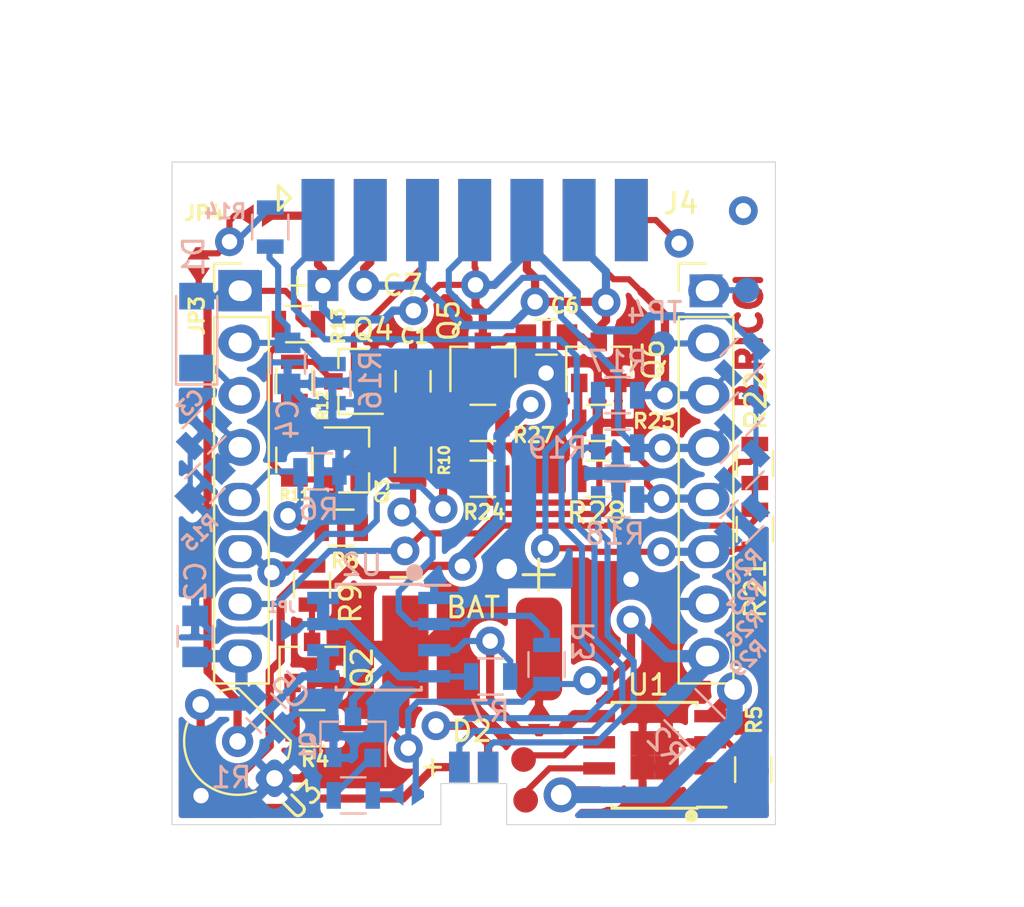
<source format=kicad_pcb>
(kicad_pcb (version 20171130) (host pcbnew "(5.1.2)-1")
  (layers (0 F.Cu signal) (31 B.Cu signal) (34 B.Paste user hide) (35 F.Paste user hide) (36 B.SilkS user) (37 F.SilkS user) (38 B.Mask user) (39 F.Mask user hide) (44 Edge.Cuts user))
  (net 0 "")
  (net 1 "Net-(C1-Pad1)")
  (net 2 GND)
  (net 3 VDD)
  (net 4 /REED_SENSE)
  (net 5 /BAT_SENSE)
  (net 6 VS)
  (net 7 GNDD)
  (net 8 /RST)
  (net 9 /WAKE)
  (net 10 "Net-(D2-Pad3)")
  (net 11 "Net-(D2-Pad4)")
  (net 12 "Net-(D2-Pad2)")
  (net 13 /VBAT)
  (net 14 /BAT_CTRL)
  (net 15 /PWR_SENSOR_H)
  (net 16 /PWR_SENSOR_L)
  (net 17 +5V)
  (net 18 /SENSOR_4)
  (net 19 /SENSOR_3)
  (net 20 /SENSOR_2)
  (net 21 /SENSOR_1)
  (net 22 "Net-(J3-Pad2)")
  (net 23 "Net-(J3-Pad1)")
  (net 24 "Net-(J4-Pad14)")
  (net 25 "Net-(J4-Pad13)")
  (net 26 /BAT_PMOS_G)
  (net 27 "Net-(JP2-Pad1)")
  (net 28 "Net-(JP3-Pad1)")
  (net 29 VCC)
  (net 30 "Net-(Q1-Pad1)")
  (net 31 "Net-(Q2-Pad3)")
  (net 32 "Net-(Q2-Pad1)")
  (net 33 /BAT_NMOS_G)
  (net 34 "Net-(Q3-Pad1)")
  (net 35 "Net-(Q4-Pad3)")
  (net 36 "Net-(Q5-Pad1)")
  (net 37 "Net-(Q6-Pad1)")
  (net 38 "Net-(R2-Pad2)")
  (net 39 "Net-(R5-Pad1)")
  (net 40 "Net-(TP1-Pad1)")
  (net 41 "Net-(TP2-Pad1)")
  (net 42 "Net-(J1-Pad1)")
  (module Module:WEMOS_D1_mini_light (layer F.Cu) (at 33.523 38.34412)
    (fp_text reference REF** hide)
    (fp_text value WEMOS_D1_mini_light)
    (pad 16 thru_hole oval (at 22.86 0) (size 2 1.6) (drill 1) (layers *.Cu *.Mask))
    (pad 15 thru_hole oval (at 22.86 2.54) (size 2 1.6) (drill 1) (layers *.Cu *.Mask))
    (pad 14 thru_hole oval (at 22.86 5.08) (size 2 1.6) (drill 1) (layers *.Cu *.Mask))
    (pad 13 thru_hole oval (at 22.86 7.62) (size 2 1.6) (drill 1) (layers *.Cu *.Mask))
    (pad 12 thru_hole oval (at 22.86 10.16) (size 2 1.6) (drill 1) (layers *.Cu *.Mask))
    (pad 11 thru_hole oval (at 22.86 12.7) (size 2 1.6) (drill 1) (layers *.Cu *.Mask))
    (pad 10 thru_hole oval (at 22.86 15.24) (size 2 1.6) (drill 1) (layers *.Cu *.Mask))
    (pad 9 thru_hole oval (at 22.86 17.78) (size 2 1.6) (drill 1) (layers *.Cu *.Mask))
    (pad 8 thru_hole oval (at 0 17.78) (size 2 1.6) (drill 1) (layers *.Cu *.Mask))
    (pad 7 thru_hole oval (at 0 15.24) (size 2 1.6) (drill 1) (layers *.Cu *.Mask))
    (pad 6 thru_hole oval (at 0 12.7) (size 2 1.6) (drill 1) (layers *.Cu *.Mask))
    (pad 5 thru_hole oval (at 0 10.16) (size 2 1.6) (drill 1) (layers *.Cu *.Mask))
    (pad 4 thru_hole oval (at 0 7.62) (size 2 1.6) (drill 1) (layers *.Cu *.Mask))
    (pad 3 thru_hole oval (at 0 5.08) (size 2 1.6) (drill 1) (layers *.Cu *.Mask))
    (pad 1 thru_hole rect (at 0 0) (size 2 2) (drill 1) (layers *.Cu *.Mask))
    (pad 2 thru_hole oval (at 0 2.54) (size 2 1.6) (drill 1) (layers *.Cu *.Mask))
  )
  (module Connectors_Multicomp:Multicomp_MC9A12-1434_2x07x2.54mm_Straight (layer F.Cu) (at 37.3718 32.9084)
    (fp_text reference J4 (at 17.6446 1.2038) (layer F.SilkS))
    (fp_text value "DHT22 SENSORS")
    (pad 14 smd rect (at 15.24 2) (size 1.6 4) (layers B.Cu B.Paste B.Mask) (net 24 "Net-(J4-Pad14)"))
    (pad 13 smd rect (at 15.24 2) (size 1.6 4) (layers F.Cu F.Paste F.Mask) (net 25 "Net-(J4-Pad13)"))
    (pad 12 smd rect (at 12.7 2) (size 1.6 4) (layers B.Cu B.Paste B.Mask) (net 7 GNDD))
    (pad 11 smd rect (at 12.7 2) (size 1.6 4) (layers F.Cu F.Paste F.Mask) (net 21 /SENSOR_1))
    (pad 10 smd rect (at 10.16 2) (size 1.6 4) (layers B.Cu B.Paste B.Mask) (net 6 VS))
    (pad 9 smd rect (at 10.16 2) (size 1.6 4) (layers F.Cu F.Paste F.Mask) (net 7 GNDD))
    (pad 8 smd rect (at 7.62 2) (size 1.6 4) (layers B.Cu B.Paste B.Mask) (net 20 /SENSOR_2))
    (pad 7 smd rect (at 7.62 2) (size 1.6 4) (layers F.Cu F.Paste F.Mask) (net 6 VS))
    (pad 6 smd rect (at 5.08 2) (size 1.6 4) (layers B.Cu B.Paste B.Mask) (net 7 GNDD))
    (pad 5 smd rect (at 5.08 2) (size 1.6 4) (layers F.Cu F.Paste F.Mask) (net 19 /SENSOR_3))
    (pad 4 smd rect (at 2.54 2) (size 1.6 4) (layers B.Cu B.Paste B.Mask) (net 6 VS))
    (pad 3 smd rect (at 2.54 2) (size 1.6 4) (layers F.Cu F.Paste F.Mask) (net 7 GNDD))
    (pad 2 smd rect (at 0 2) (size 1.6 4) (layers B.Cu B.Paste B.Mask) (net 18 /SENSOR_4))
    (pad 1 smd rect (at 0 2) (size 1.6 4) (layers F.Cu F.Paste F.Mask) (net 6 VS))
  )
  (module Capacitors_THT:CP_Radial_D4.0mm_P2.00mm (layer F.Cu) (at 37.6124 38.0952)
    (fp_text reference C7 (at 3.87096 -0.01016) (layer F.SilkS))
    (fp_text value 10uFx16V)
    (pad 2 thru_hole circle (at 2 0) (size 1.5 1.5) (drill 0.75) (layers *.Cu *.Mask) (net 7 GNDD))
    (pad 1 thru_hole rect (at 0 0) (size 1.5 1.5) (drill 0.75) (layers *.Cu *.Mask) (net 6 VS))
  )
  (module Datalogger_esp8266:Solder_bridge (layer B.Cu) (at 35.3772 54.8846 180)
    (fp_text reference JP1 (at -0.23368 1.13792 180) (layer B.SilkS) (effects (font (size 0.5 0.5) (thickness 0.125)) (justify mirror)))
    (fp_text value ON hide)
    (pad 2 smd trapezoid (at 0.5 0 270) (size 0.7 0.6) (rect_delta 0 -0.4) (layers B.Cu B.Paste B.Mask) (net 2 GND))
    (pad 1 smd trapezoid (at -0.5 0 90) (size 0.7 0.6) (rect_delta 0 -0.4) (layers B.Cu B.Paste B.Mask) (net 26 /BAT_PMOS_G))
  )
  (module Datalogger_esp8266:Solder_bridge (layer B.Cu) (at 41.7272 62.8602)
    (fp_text reference JP2 hide)
    (fp_text value CH hide)
    (pad 2 smd trapezoid (at 0.5 0 90) (size 0.7 0.6) (rect_delta 0 -0.4) (layers B.Cu B.Paste B.Mask) (net 17 +5V))
    (pad 1 smd trapezoid (at -0.5 0 270) (size 0.7 0.6) (rect_delta 0 -0.4) (layers B.Cu B.Paste B.Mask) (net 27 "Net-(JP2-Pad1)"))
  )
  (module Datalogger_esp8266:Solder_bridge (layer F.Cu) (at 31.5672 37.0284 270)
    (fp_text reference JP3 (at 2.54 0.08636 90) (layer F.SilkS) (effects (font (size 0.7 0.7))))
    (fp_text value BAT hide)
    (pad 2 smd trapezoid (at 0.5 0 180) (size 0.7 0.6) (rect_delta 0 0.4) (layers F.Cu F.Paste F.Mask) (net 29 VCC))
    (pad 1 smd trapezoid (at -0.5 0) (size 0.7 0.6) (rect_delta 0 0.4) (layers F.Cu F.Paste F.Mask) (net 28 "Net-(JP3-Pad1)"))
  )
  (module Datalogger_esp8266:Solder_bridge (layer F.Cu) (at 34.4424 34.6964)
    (fp_text reference JP4 (at -2.6212 -0.11656) (layer F.SilkS) (effects (font (size 0.7 0.7))))
    (fp_text value VSS hide)
    (pad 2 smd trapezoid (at 0.5 0 270) (size 0.7 0.6) (rect_delta 0 0.4) (layers F.Cu F.Paste F.Mask) (net 6 VS))
    (pad 1 smd trapezoid (at -0.5 0 90) (size 0.7 0.6) (rect_delta 0 0.4) (layers F.Cu F.Paste F.Mask) (net 28 "Net-(JP3-Pad1)"))
  )
  (module Datalogger_esp8266:Solder_bridge (layer F.Cu) (at 48.1218 59.2334 90)
    (fp_text reference JP5 hide)
    (fp_text value BAT)
    (pad 2 smd trapezoid (at 0.5 0) (size 0.7 0.6) (rect_delta 0 0.4) (layers F.Cu F.Paste F.Mask) (net 42 "Net-(J1-Pad1)"))
    (pad 1 smd trapezoid (at -0.5 0 180) (size 0.7 0.6) (rect_delta 0 0.4) (layers F.Cu F.Paste F.Mask) (net 13 /VBAT))
  )
  (module TO_SOT_Packages_SMD:SOT-23 (layer F.Cu) (at 45.3898 41.8338 90)
    (fp_text reference Q5 (at 2.0368 -1.656 90) (layer F.SilkS))
    (fp_text value BC857)
    (pad 3 smd rect (at 1 0 90) (size 0.9 0.8) (layers F.Cu F.Paste F.Mask) (net 6 VS))
    (pad 2 smd rect (at -1 0.95 90) (size 0.9 0.8) (layers F.Cu F.Paste F.Mask) (net 3 VDD))
    (pad 1 smd rect (at -1 -0.95 90) (size 0.9 0.8) (layers F.Cu F.Paste F.Mask) (net 36 "Net-(Q5-Pad1)"))
  )
  (module Datalogger_esp8266:Test_point_SMD_round (layer B.Cu) (at 54.1224 40.9146)
    (fp_text reference TP4 (at -0.381 -1.4986) (layer B.SilkS) (effects (justify mirror)))
    (fp_text value RX)
    (pad 1 smd circle (at 0 0 270) (size 1.2 1.2) (layers B.Cu B.Paste B.Mask) (net 22 "Net-(J3-Pad2)"))
  )
  (module Datalogger_esp8266:Test_point_SMD_round (layer B.Cu) (at 58.2372 38.3238)
    (fp_text reference TP3 hide)
    (fp_text value TX)
    (pad 1 smd circle (at 0 0 270) (size 1.2 1.2) (layers B.Cu B.Paste B.Mask) (net 23 "Net-(J3-Pad1)"))
  )
  (module Datalogger_esp8266:Test_point_SMD_round (layer F.Cu) (at 47.371 61.1632)
    (fp_text reference TP2 hide)
    (fp_text value CH)
    (pad 1 smd circle (at 0 0 90) (size 1.2 1.2) (layers F.Cu F.Paste F.Mask) (net 41 "Net-(TP2-Pad1)"))
  )
  (module Datalogger_esp8266:Test_point_SMD_round (layer F.Cu) (at 47.4726 63.1444)
    (fp_text reference TP1 hide)
    (fp_text value CH)
    (pad 1 smd circle (at 0 0 90) (size 1.2 1.2) (layers F.Cu F.Paste F.Mask) (net 40 "Net-(TP1-Pad1)"))
  )
  (module Pin_Headers:Pin_Header_Straight_1x08_Pitch2.54mm (layer F.Cu) (at 33.6468 38.3534)
    (fp_text reference J2 hide)
    (fp_text value Conn_01x08 hide)
    (pad 1 thru_hole rect (at 0 0) (size 2 2) (drill 1) (layers *.Cu *.Mask) (net 8 /RST))
    (pad 2 thru_hole oval (at 0 2.54) (size 1.8 1.8) (drill 1) (layers *.Cu *.Mask) (net 5 /BAT_SENSE))
    (pad 3 thru_hole oval (at 0 5.08) (size 1.8 1.8) (drill 1) (layers *.Cu *.Mask) (net 9 /WAKE))
    (pad 4 thru_hole oval (at 0 7.62) (size 1.8 1.8) (drill 1) (layers *.Cu *.Mask) (net 4 /REED_SENSE))
    (pad 5 thru_hole oval (at 0 10.16) (size 1.8 1.6) (drill 1) (layers *.Cu *.Mask) (net 14 /BAT_CTRL))
    (pad 6 thru_hole oval (at 0 12.7) (size 2 1.6) (drill 1) (layers *.Cu *.Mask) (net 15 /PWR_SENSOR_H))
    (pad 7 thru_hole oval (at 0 15.24) (size 2 1.6) (drill 1) (layers *.Cu *.Mask) (net 16 /PWR_SENSOR_L))
    (pad 8 thru_hole oval (at 0 17.78) (size 2 1.6) (drill 1) (layers *.Cu *.Mask) (net 3 VDD))
  )
  (module Pin_Headers:Pin_Header_Straight_1x08_Pitch2.54mm (layer F.Cu) (at 56.2468 38.3534)
    (fp_text reference J3 hide)
    (fp_text value Conn_01x08 hide)
    (pad 1 thru_hole rect (at 0 0) (size 1.6 1.6) (drill 1) (layers *.Cu *.Mask) (net 23 "Net-(J3-Pad1)"))
    (pad 2 thru_hole oval (at 0 2.54) (size 1.8 1.8) (drill 1) (layers *.Cu *.Mask) (net 22 "Net-(J3-Pad2)"))
    (pad 3 thru_hole oval (at 0 5.08) (size 1.8 1.8) (drill 1) (layers *.Cu *.Mask) (net 21 /SENSOR_1))
    (pad 4 thru_hole oval (at 0 7.62) (size 1.8 1.8) (drill 1) (layers *.Cu *.Mask) (net 20 /SENSOR_2))
    (pad 5 thru_hole oval (at 0 10.16) (size 1.8 1.6) (drill 1) (layers *.Cu *.Mask) (net 19 /SENSOR_3))
    (pad 6 thru_hole oval (at 0 12.7) (size 1.8 1.6) (drill 1) (layers *.Cu *.Mask) (net 18 /SENSOR_4))
    (pad 7 thru_hole oval (at 0 15.24) (size 1.8 1.8) (drill 1) (layers *.Cu *.Mask) (net 2 GND))
    (pad 8 thru_hole oval (at 0 17.78) (size 1.8 1.8) (drill 1) (layers *.Cu *.Mask) (net 17 +5V))
  )
  (module LEDs:LED_RGB_1210 (layer F.Cu) (at 44.9468 62.3334 90)
    (fp_text reference D2 (at 2.55168 -0.09032 180) (layer F.SilkS))
    (fp_text value LED_ARGB hide)
    (pad 3 smd rect (at 0.8 0.7 270) (size 1.5 1) (layers B.Cu B.Paste B.Mask) (net 10 "Net-(D2-Pad3)"))
    (pad 4 smd rect (at 0.8 -0.7 270) (size 1.5 1) (layers B.Cu B.Paste B.Mask) (net 11 "Net-(D2-Pad4)"))
    (pad 2 smd rect (at 0.8 0.7 270) (size 1.5 1) (layers F.Cu F.Paste F.Mask) (net 12 "Net-(D2-Pad2)"))
    (pad 1 smd rect (at 0.8 -0.7 270) (size 1.5 1) (layers F.Cu F.Paste F.Mask) (net 3 VDD))
  )
  (module Pin_Headers:Pin_Header_Straight_1x02_Pitch2.54mm (layer F.Cu) (at 48.1218 55.6834 270)
    (fp_text reference J1 hide)
    (fp_text value BAT)
    (fp_text user + (at -3.5166 0.1716 270) (layer F.SilkS) (effects (font (size 2 2))))
    (fp_text user - (at -3.542 6.4454) (layer F.SilkS) (effects (font (size 2 2))))
    (fp_text user BAT (at -1.92148 3.20436) (layer F.SilkS))
    (pad 2 smd rect (at 0 6.5 270) (size 5 2.25) (layers F.Cu F.Paste F.Mask) (net 2 GND) (clearance 0.3))
    (pad 1 smd roundrect (at 0.1 0 270) (size 5 2.25) (layers F.Cu F.Paste F.Mask) (net 42 "Net-(J1-Pad1)"))
  )
  (module Housings_SOIC:SOIC-8-1EP_3.9x4.9mm_Pitch1.27mm (layer F.Cu) (at 53.7468 60.9584 180)
    (fp_text reference U1 (at 0.3102 3.4322) (layer F.SilkS))
    (fp_text value TP4056)
    (pad 1 smd rect (at -0.5875 -0.5875 180) (size 1.175 1.175) (layers F.Cu F.Paste F.Mask) (net 2 GND))
    (pad 1 smd rect (at -0.5875 0.5875 180) (size 1.175 1.175) (layers F.Cu F.Paste F.Mask) (net 2 GND))
    (pad 1 smd rect (at 0.5875 -0.5875 180) (size 1.175 1.175) (layers F.Cu F.Paste F.Mask) (net 2 GND))
    (pad 1 smd rect (at 0.5875 0.5875 180) (size 1.175 1.175) (layers F.Cu F.Paste F.Mask) (net 2 GND))
    (pad 8 smd rect (at 2.7 -1.905 180) (size 1.55 0.6) (layers F.Cu F.Paste F.Mask) (net 38 "Net-(R2-Pad2)"))
    (pad 7 smd rect (at 2.7 -0.635 180) (size 1.55 0.6) (layers F.Cu F.Paste F.Mask) (net 40 "Net-(TP1-Pad1)"))
    (pad 6 smd rect (at 2.7 0.635 180) (size 1.55 0.6) (layers F.Cu F.Paste F.Mask) (net 41 "Net-(TP2-Pad1)"))
    (pad 5 smd rect (at 2.7 1.905 180) (size 1.55 0.6) (layers F.Cu F.Paste F.Mask) (net 13 /VBAT))
    (pad 4 smd rect (at -2.7 1.905 180) (size 1.55 0.6) (layers F.Cu F.Paste F.Mask) (net 38 "Net-(R2-Pad2)"))
    (pad 3 smd rect (at -2.7 0.635 180) (size 1.55 0.6) (layers F.Cu F.Paste F.Mask) (net 2 GND))
    (pad 2 smd rect (at -2.7 -0.635 180) (size 1.55 0.6) (layers F.Cu F.Paste F.Mask) (net 39 "Net-(R5-Pad1)"))
    (pad 1 smd rect (at -2.7 -1.905 180) (size 1.55 0.6) (layers F.Cu F.Paste F.Mask) (net 2 GND))
  )
  (module Capacitors_SMD:C_0805 (layer F.Cu) (at 41.9968 42.7584 90)
    (fp_text reference C1 (at 2.1994 0.06568 180) (layer F.SilkS) (effects (font (size 0.7 0.7))))
    (fp_text value 100nF)
    (pad 1 smd rect (at -1 0 90) (size 1 1.25) (layers F.Cu F.Paste F.Mask) (net 1 "Net-(C1-Pad1)"))
    (pad 2 smd rect (at 1 0 90) (size 1 1.25) (layers F.Cu F.Paste F.Mask) (net 2 GND))
  )
  (module Capacitors_SMD:C_0805 (layer B.Cu) (at 31.3944 55.1688 90)
    (fp_text reference C2 (at 2.667 0.0254 90) (layer B.SilkS) (effects (justify mirror)))
    (fp_text value 100nF)
    (pad 2 smd rect (at 1 0 90) (size 1 1.25) (layers B.Cu B.Paste B.Mask) (net 2 GND))
    (pad 1 smd rect (at -1 0 90) (size 1 1.25) (layers B.Cu B.Paste B.Mask) (net 3 VDD))
  )
  (module Capacitors_SMD:C_0805 (layer B.Cu) (at 31.877 47.7266 225)
    (fp_text reference C3 (at -2.270067 3.261374 45) (layer B.SilkS) (effects (font (size 0.7 0.7)) (justify mirror)))
    (fp_text value 470nF)
    (pad 1 smd rect (at -1 0 225) (size 1 1.25) (layers B.Cu B.Paste B.Mask) (net 4 /REED_SENSE))
    (pad 2 smd rect (at 1 0 225) (size 1 1.25) (layers B.Cu B.Paste B.Mask) (net 2 GND))
  )
  (module Capacitors_SMD:C_0805 (layer B.Cu) (at 35.8902 41.8846 270)
    (fp_text reference C4 (at 2.71808 -0.0204 90) (layer B.SilkS) (effects (justify mirror)))
    (fp_text value 100nF)
    (pad 2 smd rect (at 1 0 270) (size 1 1.25) (layers B.Cu B.Paste B.Mask) (net 2 GND))
    (pad 1 smd rect (at -1 0 270) (size 1 1.25) (layers B.Cu B.Paste B.Mask) (net 5 /BAT_SENSE))
  )
  (module Capacitors_SMD:C_0805 (layer B.Cu) (at 34.8488 58.9026 315)
    (fp_text reference C5 (at 0.040305 -1.617153 315) (layer B.SilkS) (effects (justify mirror)))
    (fp_text value 1uF)
    (pad 2 smd rect (at 1 0 315) (size 1 1.25) (layers B.Cu B.Paste B.Mask) (net 2 GND))
    (pad 1 smd rect (at -1 0 315) (size 1 1.25) (layers B.Cu B.Paste B.Mask) (net 3 VDD))
  )
  (module Capacitors_SMD:C_0805 (layer F.Cu) (at 48.4836 40.6098)
    (fp_text reference C6 (at 0.89916 -1.53416) (layer F.SilkS) (effects (font (size 0.7 0.7))))
    (fp_text value 100nF)
    (pad 1 smd rect (at -1 0) (size 1 1.25) (layers F.Cu F.Paste F.Mask) (net 6 VS))
    (pad 2 smd rect (at 1 0) (size 1 1.25) (layers F.Cu F.Paste F.Mask) (net 7 GNDD))
  )
  (module Diodes_SMD:D_MiniMELF (layer B.Cu) (at 31.4706 40.3606 90)
    (fp_text reference D1 (at 3.683 -0.1524 270) (layer B.SilkS) (effects (justify mirror)))
    (fp_text value D_Small)
    (pad 2 smd rect (at 1.75 0 90) (size 1.3 1.7) (layers B.Cu B.Paste B.Mask) (net 8 /RST))
    (pad 1 smd rect (at -1.75 0 90) (size 1.3 1.7) (layers B.Cu B.Paste B.Mask) (net 9 /WAKE))
  )
  (module TO_SOT_Packages_SMD:SOT-23 (layer B.Cu) (at 39.0718 60.0834 90)
    (fp_text reference Q1 (at -0.44 -2.196 90) (layer B.SilkS) (effects (font (size 0.7 0.7)) (justify mirror)))
    (fp_text value BC817)
    (pad 1 smd rect (at -1 0.95 90) (size 0.9 0.8) (layers B.Cu B.Paste B.Mask) (net 30 "Net-(Q1-Pad1)"))
    (pad 2 smd rect (at -1 -0.95 90) (size 0.9 0.8) (layers B.Cu B.Paste B.Mask) (net 2 GND))
    (pad 3 smd rect (at 1 0 90) (size 0.9 0.8) (layers B.Cu B.Paste B.Mask) (net 26 /BAT_PMOS_G))
  )
  (module TO_SOT_Packages_SMD:SOT-23 (layer F.Cu) (at 37.084 56.4388 90)
    (fp_text reference Q2 (at -0.2492 2.4334 90) (layer F.SilkS))
    (fp_text value BC817)
    (pad 3 smd rect (at 1 0 90) (size 0.9 0.8) (layers F.Cu F.Paste F.Mask) (net 31 "Net-(Q2-Pad3)"))
    (pad 2 smd rect (at -1 0.95 90) (size 0.9 0.8) (layers F.Cu F.Paste F.Mask) (net 2 GND))
    (pad 1 smd rect (at -1 -0.95 90) (size 0.9 0.8) (layers F.Cu F.Paste F.Mask) (net 32 "Net-(Q2-Pad1)"))
  )
  (module TO_SOT_Packages_SMD:SOT-23 (layer F.Cu) (at 39.0968 46.5834)
    (fp_text reference Q3 (at 1.4112 1.52956 90) (layer F.SilkS) (effects (font (size 0.6 0.6) (thickness 0.125))))
    (fp_text value BC857)
    (pad 1 smd rect (at -1 -0.95) (size 0.9 0.8) (layers F.Cu F.Paste F.Mask) (net 34 "Net-(Q3-Pad1)"))
    (pad 2 smd rect (at -1 0.95) (size 0.9 0.8) (layers F.Cu F.Paste F.Mask) (net 3 VDD))
    (pad 3 smd rect (at 1 0) (size 0.9 0.8) (layers F.Cu F.Paste F.Mask) (net 33 /BAT_NMOS_G))
  )
  (module TO_SOT_Packages_SMD:SOT-23 (layer F.Cu) (at 39.1218 42.7584 180)
    (fp_text reference Q4 (at -0.929 2.52452) (layer F.SilkS))
    (fp_text value BC817)
    (pad 1 smd rect (at -1 -0.95 180) (size 0.9 0.8) (layers F.Cu F.Paste F.Mask) (net 1 "Net-(C1-Pad1)"))
    (pad 2 smd rect (at -1 0.95 180) (size 0.9 0.8) (layers F.Cu F.Paste F.Mask) (net 2 GND))
    (pad 3 smd rect (at 1 0 180) (size 0.9 0.8) (layers F.Cu F.Paste F.Mask) (net 35 "Net-(Q4-Pad3)"))
  )
  (module TO_SOT_Packages_SMD:SOT-23 (layer F.Cu) (at 51.0286 41.8338 90)
    (fp_text reference Q6 (at 0.13688 2.65692 90) (layer F.SilkS))
    (fp_text value BC817)
    (pad 1 smd rect (at -1 -0.95 90) (size 0.9 0.8) (layers F.Cu F.Paste F.Mask) (net 37 "Net-(Q6-Pad1)"))
    (pad 2 smd rect (at -1 0.95 90) (size 0.9 0.8) (layers F.Cu F.Paste F.Mask) (net 2 GND))
    (pad 3 smd rect (at 1 0 90) (size 0.9 0.8) (layers F.Cu F.Paste F.Mask) (net 7 GNDD))
  )
  (module Resistors_SMD:R_0805 (layer B.Cu) (at 39.0856 62.911 180)
    (fp_text reference R1 (at 5.93344 0.87376) (layer B.SilkS) (effects (justify mirror)))
    (fp_text value 470k)
    (pad 2 smd rect (at 0.95 0 180) (size 0.7 1.3) (layers B.Cu B.Paste B.Mask) (net 30 "Net-(Q1-Pad1)"))
    (pad 1 smd rect (at -0.95 0 180) (size 0.7 1.3) (layers B.Cu B.Paste B.Mask) (net 27 "Net-(JP2-Pad1)"))
  )
  (module Resistors_SMD:R_1206 (layer B.Cu) (at 55.6845 59.2026 315)
    (fp_text reference R2 (at -0.0508 1.905 135) (layer B.SilkS) (effects (justify mirror)))
    (fp_text value 0.33R)
    (pad 2 smd rect (at 1.45 0 315) (size 0.9 1.7) (layers B.Cu B.Paste B.Mask) (net 38 "Net-(R2-Pad2)"))
    (pad 1 smd rect (at -1.45 0 315) (size 0.9 1.7) (layers B.Cu B.Paste B.Mask) (net 17 +5V))
  )
  (module Resistors_SMD:R_0805 (layer B.Cu) (at 48.4886 56.5404 90)
    (fp_text reference R3 (at 1.14272 1.81364 90) (layer B.SilkS) (effects (justify mirror)))
    (fp_text value 100K)
    (pad 1 smd rect (at -0.95 0 90) (size 0.7 1.3) (layers B.Cu B.Paste B.Mask) (net 17 +5V))
    (pad 2 smd rect (at 0.95 0 90) (size 0.7 1.3) (layers B.Cu B.Paste B.Mask) (net 33 /BAT_NMOS_G))
  )
  (module Resistors_SMD:R_0805 (layer F.Cu) (at 37.084 59.6392 180)
    (fp_text reference R4 (at -0.1474 -1.51412) (layer F.SilkS) (effects (font (size 0.7 0.7))))
    (fp_text value 470k)
    (pad 2 smd rect (at 0.95 0 180) (size 0.7 1.3) (layers F.Cu F.Paste F.Mask) (net 32 "Net-(Q2-Pad1)"))
    (pad 1 smd rect (at -0.95 0 180) (size 0.7 1.3) (layers F.Cu F.Paste F.Mask) (net 17 +5V))
  )
  (module Resistors_SMD:R_0805 (layer F.Cu) (at 58.542 61.6537 90)
    (fp_text reference R5 (at 2.42062 0.04572 90) (layer F.SilkS) (effects (font (size 0.7 0.7))))
    (fp_text value 10k)
    (pad 1 smd rect (at -0.95 0 90) (size 0.7 1.3) (layers F.Cu F.Paste F.Mask) (net 39 "Net-(R5-Pad1)"))
    (pad 2 smd rect (at 0.95 0 90) (size 0.7 1.3) (layers F.Cu F.Paste F.Mask) (net 2 GND))
  )
  (module Resistors_SMD:R_0805 (layer B.Cu) (at 37.465 47.1424)
    (fp_text reference R6 (at -0.0508 1.8494) (layer B.SilkS) (effects (justify mirror)))
    (fp_text value 100K)
    (pad 2 smd rect (at 0.95 0) (size 0.7 1.3) (layers B.Cu B.Paste B.Mask) (net 2 GND))
    (pad 1 smd rect (at -0.95 0) (size 0.7 1.3) (layers B.Cu B.Paste B.Mask) (net 14 /BAT_CTRL))
  )
  (module Resistors_SMD:R_0805 (layer B.Cu) (at 45.7708 57.1246 180)
    (fp_text reference R7 (at 0.05072 -1.69192) (layer B.SilkS) (effects (justify mirror)))
    (fp_text value 1M)
    (pad 2 smd rect (at 0.95 0 180) (size 0.7 1.3) (layers B.Cu B.Paste B.Mask) (net 26 /BAT_PMOS_G))
    (pad 1 smd rect (at -0.95 0 180) (size 0.7 1.3) (layers B.Cu B.Paste B.Mask) (net 13 /VBAT))
  )
  (module Resistors_SMD:R_0805 (layer F.Cu) (at 38.5014 49.8808)
    (fp_text reference R8 (at 0.1892 1.6194) (layer F.SilkS) (effects (font (size 0.7 0.7))))
    (fp_text value 100K)
    (pad 1 smd rect (at -0.95 0) (size 0.7 1.3) (layers F.Cu F.Paste F.Mask) (net 14 /BAT_CTRL))
    (pad 2 smd rect (at 0.95 0) (size 0.7 1.3) (layers F.Cu F.Paste F.Mask) (net 1 "Net-(C1-Pad1)"))
  )
  (module Resistors_SMD:R_0805 (layer F.Cu) (at 37.079 52.6748 90)
    (fp_text reference R9 (at -0.889 1.8796 90) (layer F.SilkS))
    (fp_text value 10k)
    (pad 1 smd rect (at -0.95 0 90) (size 0.7 1.3) (layers F.Cu F.Paste F.Mask) (net 31 "Net-(Q2-Pad3)"))
    (pad 2 smd rect (at 0.95 0 90) (size 0.7 1.3) (layers F.Cu F.Paste F.Mask) (net 15 /PWR_SENSOR_H))
  )
  (module Resistors_SMD:R_0805 (layer F.Cu) (at 41.9968 46.5834 90)
    (fp_text reference R10 (at -0.01572 1.51856 90) (layer F.SilkS) (effects (font (size 0.5 0.5) (thickness 0.125))))
    (fp_text value 10M)
    (pad 2 smd rect (at 0.95 0 90) (size 0.7 1.3) (layers F.Cu F.Paste F.Mask) (net 1 "Net-(C1-Pad1)"))
    (pad 1 smd rect (at -0.95 0 90) (size 0.7 1.3) (layers F.Cu F.Paste F.Mask) (net 33 /BAT_NMOS_G))
  )
  (module Resistors_SMD:R_0805 (layer F.Cu) (at 36.2218 46.5834 90)
    (fp_text reference R11 (at -1.70736 0.01392 180) (layer F.SilkS) (effects (font (size 0.5 0.5) (thickness 0.125))))
    (fp_text value 10M)
    (pad 2 smd rect (at 0.95 0 90) (size 0.7 1.3) (layers F.Cu F.Paste F.Mask) (net 34 "Net-(Q3-Pad1)"))
    (pad 1 smd rect (at -0.95 0 90) (size 0.7 1.3) (layers F.Cu F.Paste F.Mask) (net 3 VDD))
  )
  (module Resistors_SMD:R_0805 (layer F.Cu) (at 36.2218 42.7584 90)
    (fp_text reference R12 (at -1.1788 1.37536 270) (layer F.SilkS) (effects (font (size 0.5 0.5) (thickness 0.125))))
    (fp_text value 10M)
    (pad 1 smd rect (at -0.95 0 90) (size 0.7 1.3) (layers F.Cu F.Paste F.Mask) (net 34 "Net-(Q3-Pad1)"))
    (pad 2 smd rect (at 0.95 0 90) (size 0.7 1.3) (layers F.Cu F.Paste F.Mask) (net 35 "Net-(Q4-Pad3)"))
  )
  (module Resistors_SMD:R_0805 (layer F.Cu) (at 36.4186 39.9748 180)
    (fp_text reference R13 (at -1.94564 -0.08128 90) (layer F.SilkS) (effects (font (size 0.6 0.6))))
    (fp_text value 10k)
    (pad 2 smd rect (at 0.95 0 180) (size 0.7 1.3) (layers F.Cu F.Paste F.Mask) (net 3 VDD))
    (pad 1 smd rect (at -0.95 0 180) (size 0.7 1.3) (layers F.Cu F.Paste F.Mask) (net 8 /RST))
  )
  (module Resistors_SMD:R_0805 (layer B.Cu) (at 35.047 35.2504 270)
    (fp_text reference R14 (at -0.75692 2.18948) (layer B.SilkS) (effects (font (size 0.7 0.7)) (justify mirror)))
    (fp_text value 1M2)
    (pad 1 smd rect (at -0.95 0 270) (size 0.7 1.3) (layers B.Cu B.Paste B.Mask) (net 28 "Net-(JP3-Pad1)"))
    (pad 2 smd rect (at 0.95 0 270) (size 0.7 1.3) (layers B.Cu B.Paste B.Mask) (net 5 /BAT_SENSE))
  )
  (module Resistors_SMD:R_0805 (layer B.Cu) (at 31.8262 45.2374 45)
    (fp_text reference R15 (at -3.592244 3.326541 225) (layer B.SilkS) (effects (font (size 0.7 0.7)) (justify mirror)))
    (fp_text value 470k)
    (pad 2 smd rect (at 0.95 0 45) (size 0.7 1.3) (layers B.Cu B.Paste B.Mask) (net 4 /REED_SENSE))
    (pad 1 smd rect (at -0.95 0 45) (size 0.7 1.3) (layers B.Cu B.Paste B.Mask) (net 2 GND))
  )
  (module Resistors_SMD:R_0805 (layer B.Cu) (at 38.0696 42.8704 270)
    (fp_text reference R16 (at -0.1778 -1.85928 90) (layer B.SilkS) (effects (justify mirror)))
    (fp_text value 330k)
    (pad 1 smd rect (at -0.95 0 270) (size 0.7 1.3) (layers B.Cu B.Paste B.Mask) (net 5 /BAT_SENSE))
    (pad 2 smd rect (at 0.95 0 270) (size 0.7 1.3) (layers B.Cu B.Paste B.Mask) (net 2 GND))
  )
  (module Resistors_SMD:R_0805 (layer B.Cu) (at 51.945 43.4334 180)
    (fp_text reference R17 (at 0 1.65) (layer B.SilkS) (effects (justify mirror)))
    (fp_text value 1k)
    (pad 2 smd rect (at 0.95 0 180) (size 0.7 1.3) (layers B.Cu B.Paste B.Mask) (net 12 "Net-(D2-Pad2)"))
    (pad 1 smd rect (at -0.95 0 180) (size 0.7 1.3) (layers B.Cu B.Paste B.Mask) (net 21 /SENSOR_1))
  )
  (module Resistors_SMD:R_0805 (layer B.Cu) (at 51.945 48.5084 180)
    (fp_text reference R18 (at 0.129 -1.682) (layer B.SilkS) (effects (justify mirror)))
    (fp_text value 1k)
    (pad 2 smd rect (at 0.95 0 180) (size 0.7 1.3) (layers B.Cu B.Paste B.Mask) (net 10 "Net-(D2-Pad3)"))
    (pad 1 smd rect (at -0.95 0 180) (size 0.7 1.3) (layers B.Cu B.Paste B.Mask) (net 19 /SENSOR_3))
  )
  (module Resistors_SMD:R_0805 (layer B.Cu) (at 51.945 45.9834 180)
    (fp_text reference R19 (at 2.928 -0.0112) (layer B.SilkS) (effects (justify mirror)))
    (fp_text value 1k)
    (pad 1 smd rect (at -0.95 0 180) (size 0.7 1.3) (layers B.Cu B.Paste B.Mask) (net 20 /SENSOR_2))
    (pad 2 smd rect (at 0.95 0 180) (size 0.7 1.3) (layers B.Cu B.Paste B.Mask) (net 11 "Net-(D2-Pad4)"))
  )
  (module Resistors_SMD:R_0805 (layer B.Cu) (at 58.002249 41.7068 45)
    (fp_text reference R20 (at -7.086517 7.203262 225) (layer B.SilkS) (effects (font (size 0.7 0.7)) (justify mirror)))
    (fp_text value 10k)
    (pad 1 smd rect (at -0.95 0 45) (size 0.7 1.3) (layers B.Cu B.Paste B.Mask) (net 21 /SENSOR_1))
    (pad 2 smd rect (at 0.95 0 45) (size 0.7 1.3) (layers B.Cu B.Paste B.Mask) (net 6 VS))
  )
  (module Resistors_SMD:R_0805 (layer F.Cu) (at 58.6182 49.957 90)
    (fp_text reference R21 (at -2.8956 0.0254 90) (layer F.SilkS))
    (fp_text value 100k)
    (pad 1 smd rect (at -0.95 0 90) (size 0.7 1.3) (layers F.Cu F.Paste F.Mask) (net 18 /SENSOR_4))
    (pad 2 smd rect (at 0.95 0 90) (size 0.7 1.3) (layers F.Cu F.Paste F.Mask) (net 3 VDD))
  )
  (module Resistors_SMD:R_0805 (layer F.Cu) (at 58.6182 46.7566 270)
    (fp_text reference R22 (at -3.0734 -0.0508 90) (layer F.SilkS))
    (fp_text value 100k)
    (pad 1 smd rect (at -0.95 0 270) (size 0.7 1.3) (layers F.Cu F.Paste F.Mask) (net 19 /SENSOR_3))
    (pad 2 smd rect (at 0.95 0 270) (size 0.7 1.3) (layers F.Cu F.Paste F.Mask) (net 3 VDD))
  )
  (module Resistors_SMD:R_0805 (layer B.Cu) (at 58.002249 44.3484 45)
    (fp_text reference R23 (at -6.170531 6.43096 225) (layer B.SilkS) (effects (font (size 0.7 0.7)) (justify mirror)))
    (fp_text value 10k)
    (pad 2 smd rect (at 0.95 0 45) (size 0.7 1.3) (layers B.Cu B.Paste B.Mask) (net 6 VS))
    (pad 1 smd rect (at -0.95 0 45) (size 0.7 1.3) (layers B.Cu B.Paste B.Mask) (net 20 /SENSOR_2))
  )
  (module Resistors_SMD:R_0805 (layer F.Cu) (at 45.3898 47.498)
    (fp_text reference R24 (at 0.0712 1.62588) (layer F.SilkS) (effects (font (size 0.7 0.7))))
    (fp_text value 22k)
    (pad 2 smd rect (at 0.95 0) (size 0.7 1.3) (layers F.Cu F.Paste F.Mask) (net 36 "Net-(Q5-Pad1)"))
    (pad 1 smd rect (at -0.95 0) (size 0.7 1.3) (layers F.Cu F.Paste F.Mask) (net 15 /PWR_SENSOR_H))
  )
  (module Resistors_SMD:R_0805 (layer F.Cu) (at 51.0286 47.498)
    (fp_text reference R25 (at 2.69248 -2.80388) (layer F.SilkS) (effects (font (size 0.7 0.7))))
    (fp_text value 22k)
    (pad 1 smd rect (at -0.95 0) (size 0.7 1.3) (layers F.Cu F.Paste F.Mask) (net 37 "Net-(Q6-Pad1)"))
    (pad 2 smd rect (at 0.95 0) (size 0.7 1.3) (layers F.Cu F.Paste F.Mask) (net 16 /PWR_SENSOR_L))
  )
  (module Resistors_SMD:R_0805 (layer B.Cu) (at 58.002249 46.9392 45)
    (fp_text reference R26 (at -5.470071 5.658658 225) (layer B.SilkS) (effects (font (size 0.7 0.7)) (justify mirror)))
    (fp_text value 10k)
    (pad 2 smd rect (at 0.95 0 45) (size 0.7 1.3) (layers B.Cu B.Paste B.Mask) (net 6 VS))
    (pad 1 smd rect (at -0.95 0 45) (size 0.7 1.3) (layers B.Cu B.Paste B.Mask) (net 19 /SENSOR_3))
  )
  (module Resistors_SMD:R_0805 (layer F.Cu) (at 45.3898 44.7802 180)
    (fp_text reference R27 (at -2.47912 -0.59972 180) (layer F.SilkS) (effects (font (size 0.7 0.7))))
    (fp_text value 470k)
    (pad 2 smd rect (at 0.95 0 180) (size 0.7 1.3) (layers F.Cu F.Paste F.Mask) (net 36 "Net-(Q5-Pad1)"))
    (pad 1 smd rect (at -0.95 0 180) (size 0.7 1.3) (layers F.Cu F.Paste F.Mask) (net 3 VDD))
  )
  (module Resistors_SMD:R_0805 (layer F.Cu) (at 51.0286 44.7802)
    (fp_text reference R28 (at -0.1066 4.3894) (layer F.SilkS))
    (fp_text value 470k)
    (pad 1 smd rect (at -0.95 0) (size 0.7 1.3) (layers F.Cu F.Paste F.Mask) (net 37 "Net-(Q6-Pad1)"))
    (pad 2 smd rect (at 0.95 0) (size 0.7 1.3) (layers F.Cu F.Paste F.Mask) (net 2 GND))
  )
  (module Resistors_SMD:R_0805 (layer B.Cu) (at 57.9882 49.6062 45)
    (fp_text reference R29 (at -4.483085 4.921435 225) (layer B.SilkS) (effects (font (size 0.7 0.7)) (justify mirror)))
    (fp_text value 10k)
    (pad 1 smd rect (at -0.95 0 45) (size 0.7 1.3) (layers B.Cu B.Paste B.Mask) (net 18 /SENSOR_4))
    (pad 2 smd rect (at 0.95 0 45) (size 0.7 1.3) (layers B.Cu B.Paste B.Mask) (net 6 VS))
  )
  (module Housings_SOIC:SOIC-8_3.9x4.9mm_Pitch1.27mm (layer B.Cu) (at 40.3218 55.2084 180)
    (fp_text reference U2 (at 0.8298 3.5) (layer B.SilkS) (effects (justify mirror)))
    (fp_text value IRF7105)
    (pad 8 smd rect (at 2.7 1.905 180) (size 1.55 0.6) (layers B.Cu B.Paste B.Mask) (net 26 /BAT_PMOS_G))
    (pad 7 smd rect (at 2.7 0.635 180) (size 1.55 0.6) (layers B.Cu B.Paste B.Mask) (net 26 /BAT_PMOS_G))
    (pad 6 smd rect (at 2.7 -0.635 180) (size 1.55 0.6) (layers B.Cu B.Paste B.Mask) (net 29 VCC))
    (pad 5 smd rect (at 2.7 -1.905 180) (size 1.55 0.6) (layers B.Cu B.Paste B.Mask) (net 29 VCC))
    (pad 4 smd rect (at -2.7 -1.905 180) (size 1.55 0.6) (layers B.Cu B.Paste B.Mask) (net 26 /BAT_PMOS_G))
    (pad 3 smd rect (at -2.7 -0.635 180) (size 1.55 0.6) (layers B.Cu B.Paste B.Mask) (net 13 /VBAT))
    (pad 2 smd rect (at -2.7 0.635 180) (size 1.55 0.6) (layers B.Cu B.Paste B.Mask) (net 33 /BAT_NMOS_G))
    (pad 1 smd rect (at -2.7 1.905 180) (size 1.55 0.6) (layers B.Cu B.Paste B.Mask) (net 2 GND))
  )
  (module TO_SOT_Packages_THT:TO-92_Inline_Wide (layer F.Cu) (at 35.2552 62.0776 135)
    (fp_text reference U3 (at -1.710095 0.215385 225) (layer F.SilkS))
    (fp_text value MCP1700-330-TO-92 hide)
    (pad 1 thru_hole roundrect (at 0 0 225) (size 1.52 1.52) (drill 0.8) (layers *.Cu *.Mask) (net 2 GND))
    (pad 3 thru_hole circle (at 5.08 0 225) (size 1.52 1.52) (drill 0.8) (layers *.Cu *.Mask) (net 3 VDD))
    (pad 2 thru_hole circle (at 2.54 0 225) (size 1.52 1.52) (drill 0.8) (layers *.Cu *.Mask) (net 29 VCC))
  )
  (gr_circle (center 42.06248 52.0652) (end 42.276384 52.0652) (layer B.SilkS) (width 0.4))
  (gr_circle (center 55.53464 63.91684) (end 55.701044 63.91684) (layer F.SilkS) (width 0.3))
  (gr_text + (at 42.9464 61.4632) (layer F.SilkS) (effects (font (size 1 1))))
  (gr_text B.RICCI (at 58.3388 40.8003 90) (layer F.Cu) (effects (font (size 1.2 1.2) (thickness 0.3))))
  (gr_line (start 46.5468 62.3334) (end 46.5468 64.3334) (layer Edge.Cuts) (width 0.05))
  (gr_line (start 43.3468 62.3334) (end 46.5468 62.3334) (layer Edge.Cuts) (width 0.05))
  (gr_line (start 43.3468 64.3334) (end 43.3468 62.3334) (layer Edge.Cuts) (width 0.05))
  (gr_line (start 30.2718 64.3334) (end 43.3468 64.3334) (layer Edge.Cuts) (width 0.05))
  (gr_line (start 30.2718 64.3334) (end 30.2718 32.0834) (layer Edge.Cuts) (width 0.05))
  (gr_line (start 59.6218 64.3334) (end 46.5468 64.3334) (layer Edge.Cuts) (width 0.05))
  (gr_line (start 59.6218 32.0834) (end 59.6218 64.3334) (layer Edge.Cuts) (width 0.05))
  (gr_line (start 30.2718 32.0834) (end 59.6218 32.0834) (layer Edge.Cuts) (width 0.05))
  (via (at 58.0594 34.4503) (size 1.4) (drill 0.75) (layers F.Cu B.Cu) (net 0))
  (segment (start 41.9968 45.6334) (end 41.9968 43.7584) (width 0.3) (layer F.Cu) (net 1))
  (segment (start 40.1718 43.7584) (end 40.1218 43.7084) (width 0.3) (layer F.Cu) (net 1))
  (segment (start 41.9968 43.7584) (end 40.1718 43.7584) (width 0.3) (layer F.Cu) (net 1))
  (segment (start 39.0968 45.4334) (end 39.0968 47.9768) (width 0.3) (layer F.Cu) (net 1))
  (segment (start 40.1218 43.7084) (end 40.1218 44.4084) (width 0.3) (layer F.Cu) (net 1))
  (segment (start 40.1218 44.4084) (end 39.0968 45.4334) (width 0.3) (layer F.Cu) (net 1))
  (segment (start 39.4514 48.3314) (end 39.4514 49.8808) (width 0.3) (layer F.Cu) (net 1))
  (segment (start 39.0968 47.9768) (end 39.4514 48.3314) (width 0.3) (layer F.Cu) (net 1))
  (via (at 31.6815 62.9237) (size 1.4) (drill 0.75) (layers F.Cu B.Cu) (net 2))
  (segment (start 31.6942 62.911) (end 31.6815 62.9237) (width 0.3) (layer F.Cu) (net 2))
  (segment (start 56.4468 62.8634) (end 54.7018 62.8634) (width 0.3) (layer F.Cu) (net 2))
  (segment (start 54.3343 62.4959) (end 54.3343 61.5459) (width 0.3) (layer F.Cu) (net 2))
  (segment (start 54.7018 62.8634) (end 54.3343 62.4959) (width 0.3) (layer F.Cu) (net 2))
  (segment (start 54.3818 60.3234) (end 54.3343 60.3709) (width 0.3) (layer F.Cu) (net 2))
  (segment (start 56.4468 60.3234) (end 54.3818 60.3234) (width 0.3) (layer F.Cu) (net 2))
  (segment (start 41.9468 41.8084) (end 41.9968 41.7584) (width 0.3) (layer F.Cu) (net 2))
  (segment (start 40.1218 41.8084) (end 41.9468 41.8084) (width 0.3) (layer F.Cu) (net 2))
  (segment (start 54.3343 60.3709) (end 53.1593 60.3709) (width 0.3) (layer F.Cu) (net 2))
  (segment (start 53.1593 61.5459) (end 54.3343 61.5459) (width 0.3) (layer F.Cu) (net 2))
  (via (at 52.5984 52.3954) (size 1.4) (drill 0.75) (layers F.Cu B.Cu) (net 2))
  (segment (start 53.1593 60.3709) (end 53.1593 61.5459) (width 0.6) (layer F.Cu) (net 2))
  (segment (start 51.9786 42.8338) (end 51.9786 44.7802) (width 0.3) (layer F.Cu) (net 2))
  (segment (start 31.154449 48.418263) (end 31.169893 48.433707) (width 0.25) (layer B.Cu) (net 2))
  (segment (start 31.154449 45.909151) (end 31.154449 48.418263) (width 0.25) (layer B.Cu) (net 2))
  (segment (start 35.555907 59.609707) (end 36.2712 60.325) (width 0.4) (layer B.Cu) (net 2))
  (segment (start 36.2712 61.0616) (end 35.2552 62.0776) (width 0.4) (layer B.Cu) (net 2))
  (segment (start 36.2712 60.325) (end 36.2712 61.0616) (width 0.4) (layer B.Cu) (net 2))
  (segment (start 36.2494 61.0834) (end 35.2552 62.0776) (width 0.4) (layer B.Cu) (net 2))
  (segment (start 38.1218 61.0834) (end 36.2494 61.0834) (width 0.4) (layer B.Cu) (net 2))
  (segment (start 38.415 47.031) (end 38.415 47.1424) (width 0.3) (layer B.Cu) (net 2))
  (via (at 46.5532 51.8874) (size 1.7) (drill 1) (layers F.Cu B.Cu) (net 2))
  (segment (start 52.5984 52.3954) (end 54.1224 52.3954) (width 0.6) (layer F.Cu) (net 2))
  (segment (start 54.1224 52.3954) (end 54.5542 52.8272) (width 0.6) (layer F.Cu) (net 2))
  (segment (start 54.5542 52.8272) (end 54.5542 58.3644) (width 0.6) (layer F.Cu) (net 2))
  (segment (start 54.3343 58.5843) (end 54.3343 60.3709) (width 0.6) (layer F.Cu) (net 2))
  (segment (start 53.7964 53.5934) (end 52.5984 52.3954) (width 0.6) (layer B.Cu) (net 2))
  (segment (start 56.2468 53.5934) (end 53.7964 53.5934) (width 0.6) (layer B.Cu) (net 2))
  (segment (start 32.585576 49.84939) (end 31.169893 48.433707) (width 0.3) (layer B.Cu) (net 2))
  (segment (start 32.58921 49.84939) (end 32.585576 49.84939) (width 0.3) (layer B.Cu) (net 2))
  (segment (start 31.3944 54.1688) (end 31.3944 51.0442) (width 0.3) (layer B.Cu) (net 2))
  (segment (start 31.3944 51.0442) (end 32.58921 49.84939) (width 0.3) (layer B.Cu) (net 2))
  (segment (start 34.63459 49.84939) (end 32.58921 49.84939) (width 0.3) (layer B.Cu) (net 2))
  (segment (start 35.3772 50.592) (end 34.63459 49.84939) (width 0.3) (layer B.Cu) (net 2))
  (segment (start 36.422512 50.592) (end 35.3772 50.592) (width 0.3) (layer B.Cu) (net 2))
  (segment (start 38.415 47.1424) (end 38.415 48.599512) (width 0.3) (layer B.Cu) (net 2))
  (segment (start 38.415 48.599512) (end 36.422512 50.592) (width 0.3) (layer B.Cu) (net 2))
  (segment (start 34.9772 54.8846) (end 32.1102 54.8846) (width 0.3) (layer B.Cu) (net 2))
  (segment (start 32.1102 54.8846) (end 31.3944 54.1688) (width 0.3) (layer B.Cu) (net 2))
  (segment (start 47.3533 49.730981) (end 47.3533 46.2105) (width 0.6) (layer B.Cu) (net 2))
  (segment (start 47.3533 46.2105) (end 49.2202 44.3436) (width 0.6) (layer B.Cu) (net 2))
  (via (at 48.464954 42.355646) (size 1.4) (drill 0.75) (layers F.Cu B.Cu) (net 2))
  (segment (start 48.463 42.353692) (end 48.464954 42.355646) (width 0.4) (layer F.Cu) (net 2))
  (segment (start 48.463 41.8338) (end 48.463 42.353692) (width 0.4) (layer F.Cu) (net 2))
  (segment (start 49.164953 43.424753) (end 49.2202 43.48) (width 0.4) (layer B.Cu) (net 2))
  (segment (start 49.164953 43.055645) (end 49.164953 43.424753) (width 0.4) (layer B.Cu) (net 2))
  (segment (start 49.2202 44.3436) (end 49.2202 43.48) (width 0.6) (layer B.Cu) (net 2))
  (segment (start 51.9786 42.7838) (end 51.0492 41.8544) (width 0.4) (layer F.Cu) (net 2))
  (segment (start 51.9786 42.8338) (end 51.9786 42.7838) (width 0.4) (layer F.Cu) (net 2))
  (segment (start 48.9662 41.8544) (end 48.464954 42.355646) (width 0.4) (layer F.Cu) (net 2))
  (segment (start 51.0492 41.8544) (end 48.9662 41.8544) (width 0.4) (layer F.Cu) (net 2))
  (segment (start 47.460846 42.355646) (end 48.464954 42.355646) (width 0.4) (layer F.Cu) (net 2))
  (segment (start 46.9088 41.8036) (end 47.460846 42.355646) (width 0.4) (layer F.Cu) (net 2))
  (segment (start 43.067 41.8036) (end 46.9088 41.8036) (width 0.4) (layer F.Cu) (net 2))
  (segment (start 41.9968 41.7584) (end 43.0218 41.7584) (width 0.4) (layer F.Cu) (net 2))
  (segment (start 43.0218 41.7584) (end 43.067 41.8036) (width 0.4) (layer F.Cu) (net 2))
  (segment (start 42.7572 55.6834) (end 46.5532 51.8874) (width 0.8) (layer F.Cu) (net 2))
  (segment (start 41.6218 55.6834) (end 42.7572 55.6834) (width 0.8) (layer F.Cu) (net 2))
  (segment (start 47.0612 52.3954) (end 52.5984 52.3954) (width 0.8) (layer F.Cu) (net 2))
  (segment (start 46.5532 51.8874) (end 47.0612 52.3954) (width 0.8) (layer F.Cu) (net 2))
  (segment (start 45.1372 53.3034) (end 46.5532 51.8874) (width 0.6) (layer B.Cu) (net 2))
  (segment (start 43.0218 53.3034) (end 45.1372 53.3034) (width 0.6) (layer B.Cu) (net 2))
  (segment (start 46.5532 50.531081) (end 47.3533 49.730981) (width 0.6) (layer B.Cu) (net 2))
  (segment (start 46.5532 51.8874) (end 46.5532 50.531081) (width 0.6) (layer B.Cu) (net 2))
  (segment (start 38.4458 47.1424) (end 38.415 47.1424) (width 0.6) (layer B.Cu) (net 2))
  (segment (start 49.2202 42.5656) (end 48.6106 41.956) (width 0.6) (layer B.Cu) (net 2))
  (segment (start 49.2202 43.48) (end 49.2202 42.5656) (width 0.6) (layer B.Cu) (net 2))
  (segment (start 48.6106 41.956) (end 41.27 41.956) (width 0.6) (layer B.Cu) (net 2))
  (segment (start 41.27 41.956) (end 40.3556 42.8704) (width 0.6) (layer B.Cu) (net 2))
  (segment (start 40.3556 42.8704) (end 40.3556 45.2326) (width 0.6) (layer B.Cu) (net 2))
  (segment (start 40.3556 45.2326) (end 38.4458 47.1424) (width 0.6) (layer B.Cu) (net 2))
  (segment (start 38.034 57.4888) (end 38.034 57.4388) (width 0.4) (layer F.Cu) (net 2))
  (segment (start 37.0536 58.4692) (end 38.034 57.4888) (width 0.4) (layer F.Cu) (net 2))
  (segment (start 37.0536 61.5648) (end 37.0536 58.4692) (width 0.4) (layer F.Cu) (net 2))
  (segment (start 35.2552 62.0776) (end 36.5408 62.0776) (width 0.4) (layer F.Cu) (net 2))
  (segment (start 36.5408 62.0776) (end 37.0536 61.5648) (width 0.4) (layer F.Cu) (net 2))
  (segment (start 57.3006 60.3234) (end 56.4468 60.3234) (width 0.3) (layer F.Cu) (net 2))
  (segment (start 58.542 60.7037) (end 57.6809 60.7037) (width 0.3) (layer F.Cu) (net 2))
  (segment (start 57.6809 60.7037) (end 57.3006 60.3234) (width 0.3) (layer F.Cu) (net 2))
  (segment (start 39.8968 55.6834) (end 39.4793 56.1009) (width 0.6) (layer F.Cu) (net 2))
  (segment (start 41.6218 55.6834) (end 39.8968 55.6834) (width 0.6) (layer F.Cu) (net 2))
  (segment (start 39.4793 57.0847) (end 39.1252 57.4388) (width 0.6) (layer F.Cu) (net 2))
  (segment (start 39.4793 56.1009) (end 39.4793 57.0847) (width 0.6) (layer F.Cu) (net 2))
  (segment (start 39.1252 57.4388) (end 38.034 57.4388) (width 0.6) (layer F.Cu) (net 2))
  (segment (start 34.4091 62.9237) (end 35.2552 62.0776) (width 0.6) (layer B.Cu) (net 2))
  (segment (start 31.6815 62.9237) (end 34.4091 62.9237) (width 0.6) (layer B.Cu) (net 2))
  (segment (start 36.826 43.8204) (end 35.8902 42.8846) (width 0.4) (layer B.Cu) (net 2))
  (segment (start 38.0696 43.8204) (end 36.826 43.8204) (width 0.4) (layer B.Cu) (net 2))
  (segment (start 38.0696 43.8204) (end 38.0696 45.5628) (width 0.4) (layer B.Cu) (net 2))
  (segment (start 38.415 45.9082) (end 38.415 47.1424) (width 0.4) (layer B.Cu) (net 2))
  (segment (start 38.0696 45.5628) (end 38.415 45.9082) (width 0.4) (layer B.Cu) (net 2))
  (segment (start 36.2218 47.5334) (end 38.0968 47.5334) (width 0.3) (layer F.Cu) (net 3))
  (segment (start 46.3398 42.8338) (end 46.3398 44.7802) (width 0.3) (layer F.Cu) (net 3))
  (segment (start 33.851688 58.485498) (end 34.141693 58.195493) (width 0.6) (layer B.Cu) (net 3))
  (segment (start 31.663098 58.485498) (end 33.851688 58.485498) (width 0.6) (layer B.Cu) (net 3))
  (segment (start 33.6468 57.7006) (end 34.141693 58.195493) (width 0.6) (layer B.Cu) (net 3))
  (segment (start 33.6468 56.1334) (end 33.6468 57.7006) (width 0.6) (layer B.Cu) (net 3))
  (segment (start 31.4298 56.1334) (end 31.3944 56.1688) (width 0.6) (layer B.Cu) (net 3))
  (segment (start 33.6468 56.1334) (end 31.4298 56.1334) (width 0.6) (layer B.Cu) (net 3))
  (via (at 47.7216 43.8864) (size 1.4) (drill 0.75) (layers F.Cu B.Cu) (net 3))
  (segment (start 46.8278 44.7802) (end 47.7216 43.8864) (width 0.3) (layer F.Cu) (net 3))
  (segment (start 46.3398 44.7802) (end 46.8278 44.7802) (width 0.3) (layer F.Cu) (net 3))
  (segment (start 35.0216 56.883998) (end 35.0216 60.498) (width 0.4) (layer F.Cu) (net 3))
  (segment (start 35.555 53.331598) (end 35.555 56.350598) (width 0.4) (layer F.Cu) (net 3))
  (segment (start 35.555 56.350598) (end 35.0216 56.883998) (width 0.4) (layer F.Cu) (net 3))
  (segment (start 39.111 51.6842) (end 38.1458 52.6494) (width 0.4) (layer F.Cu) (net 3))
  (segment (start 38.1458 52.6494) (end 36.237198 52.6494) (width 0.4) (layer F.Cu) (net 3))
  (segment (start 36.237198 52.6494) (end 35.555 53.331598) (width 0.4) (layer F.Cu) (net 3))
  (segment (start 31.663098 60.517698) (end 33.3325 62.1871) (width 0.4) (layer F.Cu) (net 3))
  (segment (start 31.663098 58.485498) (end 31.663098 60.517698) (width 0.4) (layer F.Cu) (net 3))
  (segment (start 35.0216 60.498) (end 33.3325 62.1871) (width 0.4) (layer F.Cu) (net 3))
  (segment (start 38.0968 48.3334) (end 38.5014 48.738) (width 0.4) (layer F.Cu) (net 3))
  (segment (start 38.0968 47.5334) (end 38.0968 48.3334) (width 0.4) (layer F.Cu) (net 3))
  (segment (start 38.5014 51.0746) (end 39.111 51.6842) (width 0.4) (layer F.Cu) (net 3))
  (segment (start 38.5014 48.738) (end 38.5014 51.0746) (width 0.4) (layer F.Cu) (net 3))
  (via (at 44.3942 51.7604) (size 1.4) (drill 0.75) (layers F.Cu B.Cu) (net 3))
  (segment (start 44.466567 51.4556) (end 44.445 51.4556) (width 0.3) (layer B.Cu) (net 3))
  (segment (start 44.445 51.4556) (end 44.1656 51.735) (width 0.3) (layer B.Cu) (net 3))
  (segment (start 39.619 52.1922) (end 39.111 51.6842) (width 0.4) (layer F.Cu) (net 3))
  (segment (start 42.2098 52.1922) (end 39.619 52.1922) (width 0.4) (layer F.Cu) (net 3))
  (segment (start 44.1656 51.735) (end 42.667 51.735) (width 0.4) (layer F.Cu) (net 3))
  (segment (start 42.667 51.735) (end 42.2098 52.1922) (width 0.4) (layer F.Cu) (net 3))
  (segment (start 44.3688 51.735) (end 44.3688 51.354) (width 0.6) (layer B.Cu) (net 3))
  (segment (start 44.3942 51.7604) (end 44.3688 51.735) (width 0.6) (layer B.Cu) (net 3))
  (segment (start 44.3688 51.354) (end 46.1976 49.5252) (width 0.6) (layer B.Cu) (net 3))
  (segment (start 46.1976 45.4104) (end 47.7216 43.8864) (width 0.6) (layer B.Cu) (net 3))
  (segment (start 46.1976 49.5252) (end 46.1976 45.4104) (width 0.6) (layer B.Cu) (net 3))
  (segment (start 58.6182 47.7066) (end 58.6182 49.007) (width 0.3) (layer F.Cu) (net 3))
  (segment (start 58.6182 49.4998) (end 58.6182 49.007) (width 0.3) (layer F.Cu) (net 3))
  (segment (start 46.3754 49.7792) (end 58.3388 49.7792) (width 0.3) (layer F.Cu) (net 3))
  (segment (start 58.3388 49.7792) (end 58.6182 49.4998) (width 0.3) (layer F.Cu) (net 3))
  (segment (start 44.3942 51.7604) (end 46.3754 49.7792) (width 0.3) (layer F.Cu) (net 3))
  (segment (start 35.9218 47.5334) (end 36.2218 47.5334) (width 0.3) (layer F.Cu) (net 3))
  (segment (start 35.0216 46.6332) (end 35.9218 47.5334) (width 0.3) (layer F.Cu) (net 3))
  (segment (start 35.0216 41.3464) (end 35.0216 46.6332) (width 0.3) (layer F.Cu) (net 3))
  (segment (start 35.047 41.3464) (end 35.0216 41.3464) (width 0.3) (layer F.Cu) (net 3))
  (segment (start 35.4686 39.9748) (end 35.4686 40.9248) (width 0.3) (layer F.Cu) (net 3))
  (segment (start 35.4686 40.9248) (end 35.047 41.3464) (width 0.3) (layer F.Cu) (net 3))
  (segment (start 43.0286 61.5334) (end 44.2468 61.5334) (width 0.4) (layer F.Cu) (net 3))
  (segment (start 41.4986 63.0634) (end 43.0286 61.5334) (width 0.4) (layer F.Cu) (net 3))
  (segment (start 36.9012 63.0634) (end 41.4986 63.0634) (width 0.4) (layer F.Cu) (net 3))
  (segment (start 36.444 63.5206) (end 36.9012 63.0634) (width 0.4) (layer F.Cu) (net 3))
  (segment (start 33.3325 62.1871) (end 34.666 63.5206) (width 0.4) (layer F.Cu) (net 3))
  (segment (start 34.666 63.5206) (end 36.444 63.5206) (width 0.4) (layer F.Cu) (net 3))
  (segment (start 32.600707 47.019493) (end 33.6468 45.9734) (width 0.25) (layer B.Cu) (net 4))
  (segment (start 32.584107 47.019493) (end 32.600707 47.019493) (width 0.25) (layer B.Cu) (net 4))
  (segment (start 32.497951 44.824551) (end 33.6468 45.9734) (width 0.3) (layer B.Cu) (net 4))
  (segment (start 32.497951 44.565649) (end 32.497951 44.824551) (width 0.3) (layer B.Cu) (net 4))
  (segment (start 33.6556 40.8846) (end 33.6468 40.8934) (width 0.3) (layer B.Cu) (net 5))
  (segment (start 35.8902 40.8846) (end 33.6556 40.8846) (width 0.3) (layer B.Cu) (net 5))
  (segment (start 35.8902 40.8846) (end 36.0152 40.8846) (width 0.3) (layer B.Cu) (net 5))
  (segment (start 35.8902 40.0846) (end 35.8902 40.8846) (width 0.3) (layer B.Cu) (net 5))
  (segment (start 35.433 39.6274) (end 35.8902 40.0846) (width 0.3) (layer B.Cu) (net 5))
  (segment (start 35.433 37.1856) (end 35.433 39.6274) (width 0.3) (layer B.Cu) (net 5))
  (segment (start 35.0114 36.764) (end 35.433 37.1856) (width 0.3) (layer B.Cu) (net 5))
  (segment (start 35.0114 36.236) (end 35.047 36.2004) (width 0.3) (layer B.Cu) (net 5))
  (segment (start 35.0114 36.764) (end 35.0114 36.236) (width 0.3) (layer B.Cu) (net 5))
  (segment (start 37.6276 41.9204) (end 38.0696 41.9204) (width 0.4) (layer B.Cu) (net 5))
  (segment (start 35.8902 40.8846) (end 36.5918 40.8846) (width 0.4) (layer B.Cu) (net 5))
  (segment (start 36.5918 40.8846) (end 37.6276 41.9204) (width 0.4) (layer B.Cu) (net 5))
  (segment (start 45.212 38.1) (end 45.212 38.241112) (width 0.4) (layer F.Cu) (net 6))
  (segment (start 37.3718 37.9814) (end 37.371815 37.981415) (width 0.4) (layer F.Cu) (net 6))
  (segment (start 39.9118 34.9084) (end 39.9118 36.1084) (width 0.4) (layer B.Cu) (net 6))
  (segment (start 38.038785 37.981415) (end 37.371815 37.981415) (width 0.4) (layer B.Cu) (net 6))
  (segment (start 39.9118 36.1084) (end 38.038785 37.981415) (width 0.4) (layer B.Cu) (net 6))
  (via (at 42.0116 39.3192) (size 1.4) (drill 0.75) (layers F.Cu B.Cu) (net 6))
  (segment (start 42.0116 39.3192) (end 41.021651 39.3192) (width 0.4) (layer B.Cu) (net 6))
  (segment (start 37.1598 34.6964) (end 37.3718 34.9084) (width 0.4) (layer F.Cu) (net 6))
  (segment (start 34.8424 34.6964) (end 37.1598 34.6964) (width 0.4) (layer F.Cu) (net 6))
  (via (at 45.0342 38.06279) (size 1.4) (drill 0.75) (layers F.Cu B.Cu) (net 6))
  (segment (start 47.5318 34.9084) (end 47.5318 36.4914) (width 0.3) (layer B.Cu) (net 6))
  (segment (start 45.0342 37.2508) (end 45.0342 38.06279) (width 0.3) (layer F.Cu) (net 6))
  (segment (start 44.9918 37.2084) (end 45.0342 37.2508) (width 0.3) (layer F.Cu) (net 6))
  (segment (start 44.9918 34.9084) (end 44.9918 37.2084) (width 0.3) (layer F.Cu) (net 6))
  (segment (start 43.26801 38.06279) (end 45.0342 38.06279) (width 0.3) (layer F.Cu) (net 6))
  (segment (start 42.0116 39.3192) (end 43.26801 38.06279) (width 0.3) (layer F.Cu) (net 6))
  (segment (start 58.659951 46.281498) (end 58.674 46.267449) (width 0.25) (layer B.Cu) (net 6))
  (segment (start 58.659951 48.934449) (end 58.659951 46.281498) (width 0.25) (layer B.Cu) (net 6))
  (segment (start 58.674 43.676649) (end 58.674 46.267449) (width 0.25) (layer B.Cu) (net 6))
  (segment (start 58.674 41.035049) (end 58.674 43.676649) (width 0.25) (layer B.Cu) (net 6))
  (segment (start 58.674 41.035049) (end 57.22835 39.589399) (width 0.3) (layer B.Cu) (net 6))
  (segment (start 47.5318 34.9084) (end 47.5318 36.0004) (width 0.4) (layer B.Cu) (net 6))
  (segment (start 49.9568 38.4254) (end 49.9568 39.289) (width 0.4) (layer B.Cu) (net 6))
  (segment (start 47.5318 36.0004) (end 49.9568 38.4254) (width 0.4) (layer B.Cu) (net 6))
  (segment (start 49.9568 39.289) (end 50.9474 40.2796) (width 0.4) (layer B.Cu) (net 6))
  (segment (start 50.9474 40.2796) (end 52.8016 40.2796) (width 0.4) (layer B.Cu) (net 6))
  (segment (start 53.491801 39.589399) (end 55.108599 39.589399) (width 0.4) (layer B.Cu) (net 6))
  (segment (start 52.8016 40.2796) (end 53.491801 39.589399) (width 0.4) (layer B.Cu) (net 6))
  (segment (start 57.22835 39.589399) (end 55.108599 39.589399) (width 0.3) (layer B.Cu) (net 6))
  (segment (start 45.5074 40.7162) (end 45.3898 40.8338) (width 0.4) (layer F.Cu) (net 6))
  (segment (start 45.3898 39.408339) (end 45.3898 40.8338) (width 0.4) (layer F.Cu) (net 6))
  (segment (start 45.0342 38.06279) (end 45.0342 39.052739) (width 0.4) (layer F.Cu) (net 6))
  (segment (start 45.0342 39.052739) (end 45.3898 39.408339) (width 0.4) (layer F.Cu) (net 6))
  (segment (start 46.3596 40.8338) (end 45.3898 40.8338) (width 0.4) (layer F.Cu) (net 6))
  (segment (start 47.4836 40.6098) (end 46.5836 40.6098) (width 0.4) (layer F.Cu) (net 6))
  (segment (start 46.5836 40.6098) (end 46.3596 40.8338) (width 0.4) (layer F.Cu) (net 6))
  (segment (start 37.6124 37.3078) (end 37.6124 38.0952) (width 0.4) (layer F.Cu) (net 6))
  (segment (start 37.3718 34.9084) (end 37.3718 37.0672) (width 0.4) (layer F.Cu) (net 6))
  (segment (start 37.3718 37.0672) (end 37.6124 37.3078) (width 0.4) (layer F.Cu) (net 6))
  (segment (start 41.021651 39.3192) (end 40.594651 39.7462) (width 0.4) (layer B.Cu) (net 6))
  (segment (start 40.594651 39.7462) (end 38.1458 39.7462) (width 0.4) (layer B.Cu) (net 6))
  (segment (start 37.6124 39.2128) (end 37.6124 38.0952) (width 0.4) (layer B.Cu) (net 6))
  (segment (start 38.1458 39.7462) (end 37.6124 39.2128) (width 0.4) (layer B.Cu) (net 6))
  (segment (start 47.5318 36.4816) (end 47.5318 34.9084) (width 0.4) (layer B.Cu) (net 6))
  (segment (start 45.0342 38.06279) (end 45.95061 38.06279) (width 0.4) (layer B.Cu) (net 6))
  (segment (start 45.95061 38.06279) (end 47.5318 36.4816) (width 0.4) (layer B.Cu) (net 6))
  (via (at 47.9298 38.8874) (size 1.4) (drill 0.75) (layers F.Cu B.Cu) (net 7))
  (segment (start 47.9298 37.7064) (end 47.9298 38.8874) (width 0.4) (layer F.Cu) (net 7))
  (segment (start 47.5318 34.9084) (end 47.5318 37.3084) (width 0.4) (layer F.Cu) (net 7))
  (segment (start 47.5318 37.3084) (end 47.9298 37.7064) (width 0.4) (layer F.Cu) (net 7))
  (via (at 51.3792 38.908) (size 1.4) (drill 0.75) (layers F.Cu B.Cu) (net 7))
  (segment (start 39.9118 38.040802) (end 39.878002 38.0746) (width 0.4) (layer F.Cu) (net 7))
  (segment (start 42.418002 38.100002) (end 39.8526 38.100002) (width 0.4) (layer B.Cu) (net 7))
  (segment (start 39.8526 38.100002) (end 39.878002 38.0746) (width 0.4) (layer B.Cu) (net 7))
  (segment (start 42.418002 37.342198) (end 42.418002 38.100002) (width 0.4) (layer B.Cu) (net 7))
  (segment (start 42.4518 34.9084) (end 42.4518 37.3084) (width 0.4) (layer B.Cu) (net 7))
  (segment (start 50.911 40.7162) (end 51.0286 40.8338) (width 0.3) (layer F.Cu) (net 7))
  (segment (start 49.6062 40.8338) (end 49.4886 40.7162) (width 0.4) (layer F.Cu) (net 7))
  (segment (start 51.3586 38.8874) (end 51.3792 38.908) (width 0.4) (layer F.Cu) (net 7))
  (segment (start 47.9298 38.8874) (end 51.3586 38.8874) (width 0.4) (layer F.Cu) (net 7))
  (segment (start 51.0286 40.1476) (end 51.0286 40.8338) (width 0.4) (layer F.Cu) (net 7))
  (segment (start 51.3792 38.908) (end 51.3792 39.797) (width 0.4) (layer F.Cu) (net 7))
  (segment (start 51.3792 39.797) (end 51.0286 40.1476) (width 0.4) (layer F.Cu) (net 7))
  (segment (start 42.494002 38.100002) (end 42.418002 38.100002) (width 0.4) (layer B.Cu) (net 7))
  (segment (start 44.4196 40.0256) (end 42.494002 38.100002) (width 0.4) (layer B.Cu) (net 7))
  (segment (start 47.9298 38.8874) (end 46.7916 40.0256) (width 0.4) (layer B.Cu) (net 7))
  (segment (start 46.7916 40.0256) (end 44.4196 40.0256) (width 0.4) (layer B.Cu) (net 7))
  (segment (start 50.4094 40.8338) (end 51.0286 40.8338) (width 0.4) (layer F.Cu) (net 7))
  (segment (start 49.4836 40.6098) (end 50.1854 40.6098) (width 0.4) (layer F.Cu) (net 7))
  (segment (start 50.1854 40.6098) (end 50.4094 40.8338) (width 0.4) (layer F.Cu) (net 7))
  (segment (start 39.619 38.0886) (end 39.6124 38.0952) (width 0.4) (layer F.Cu) (net 7))
  (segment (start 39.619 37.257) (end 39.619 38.0886) (width 0.4) (layer F.Cu) (net 7))
  (segment (start 39.9118 34.9084) (end 39.9118 36.9642) (width 0.4) (layer F.Cu) (net 7))
  (segment (start 39.9118 36.9642) (end 39.619 37.257) (width 0.4) (layer F.Cu) (net 7))
  (segment (start 51.3792 37.4158) (end 50.0718 36.1084) (width 0.4) (layer B.Cu) (net 7))
  (segment (start 51.3792 38.908) (end 51.3792 37.4158) (width 0.4) (layer B.Cu) (net 7))
  (segment (start 50.0718 36.1084) (end 50.0718 34.9084) (width 0.4) (layer B.Cu) (net 7))
  (segment (start 32.4332 38.6106) (end 31.4706 38.6106) (width 0.3) (layer B.Cu) (net 8))
  (segment (start 33.6468 38.3534) (end 32.6904 38.3534) (width 0.3) (layer B.Cu) (net 8))
  (segment (start 32.6904 38.3534) (end 32.4332 38.6106) (width 0.3) (layer B.Cu) (net 8))
  (segment (start 36.7186 39.9748) (end 36.4186 39.6748) (width 0.3) (layer F.Cu) (net 8))
  (segment (start 37.3686 39.9748) (end 36.7186 39.9748) (width 0.3) (layer F.Cu) (net 8))
  (segment (start 36.4186 39.6748) (end 36.4186 38.9842) (width 0.3) (layer F.Cu) (net 8))
  (segment (start 35.7878 38.3534) (end 33.6468 38.3534) (width 0.3) (layer F.Cu) (net 8))
  (segment (start 36.4186 38.9842) (end 35.7878 38.3534) (width 0.3) (layer F.Cu) (net 8))
  (segment (start 32.324 42.1106) (end 33.6468 43.4334) (width 0.3) (layer B.Cu) (net 9))
  (segment (start 31.4706 42.1106) (end 32.324 42.1106) (width 0.3) (layer B.Cu) (net 9))
  (segment (start 50.995 50.0298) (end 50.995 48.5084) (width 0.3) (layer B.Cu) (net 10))
  (segment (start 51.4554 50.4902) (end 50.995 50.0298) (width 0.3) (layer B.Cu) (net 10))
  (segment (start 51.4554 55.1132) (end 51.4554 50.4902) (width 0.3) (layer B.Cu) (net 10))
  (segment (start 45.6468 61.5334) (end 45.6468 60.5916) (width 0.3) (layer B.Cu) (net 10))
  (segment (start 45.910291 60.328109) (end 50.948279 60.328109) (width 0.3) (layer B.Cu) (net 10))
  (segment (start 50.948279 60.328109) (end 52.7254 58.550988) (width 0.3) (layer B.Cu) (net 10))
  (segment (start 45.6468 60.5916) (end 45.910291 60.328109) (width 0.3) (layer B.Cu) (net 10))
  (segment (start 52.7254 58.550988) (end 52.7254 56.3832) (width 0.3) (layer B.Cu) (net 10))
  (segment (start 52.7254 56.3832) (end 51.4554 55.1132) (width 0.3) (layer B.Cu) (net 10))
  (segment (start 50.995 45.9834) (end 50.995 46.2834) (width 0.3) (layer B.Cu) (net 11))
  (segment (start 50.3842 45.9834) (end 50.995 45.9834) (width 0.3) (layer B.Cu) (net 11))
  (segment (start 49.8602 46.5074) (end 50.3842 45.9834) (width 0.3) (layer B.Cu) (net 11))
  (segment (start 49.8602 49.678488) (end 49.8602 46.5074) (width 0.3) (layer B.Cu) (net 11))
  (segment (start 50.8204 50.638688) (end 49.8602 49.678488) (width 0.3) (layer B.Cu) (net 11))
  (segment (start 44.2468 60.4834) (end 44.9561 59.7741) (width 0.3) (layer B.Cu) (net 11))
  (segment (start 44.2468 61.5334) (end 44.2468 60.4834) (width 0.3) (layer B.Cu) (net 11))
  (segment (start 50.8204 55.261688) (end 50.8204 50.638688) (width 0.3) (layer B.Cu) (net 11))
  (segment (start 44.9561 59.7741) (end 50.7188 59.7741) (width 0.3) (layer B.Cu) (net 11))
  (segment (start 50.7188 59.7741) (end 52.17139 58.32151) (width 0.3) (layer B.Cu) (net 11))
  (segment (start 52.17139 58.32151) (end 52.17139 56.612678) (width 0.3) (layer B.Cu) (net 11))
  (segment (start 52.17139 56.612678) (end 50.8204 55.261688) (width 0.3) (layer B.Cu) (net 11))
  (via (at 43.1115 59.5201) (size 1.4) (drill 0.75) (layers F.Cu B.Cu) (net 12))
  (segment (start 44.101449 59.5201) (end 43.1115 59.5201) (width 0.4) (layer F.Cu) (net 12))
  (segment (start 44.7835 59.5201) (end 44.101449 59.5201) (width 0.4) (layer F.Cu) (net 12))
  (segment (start 45.6468 60.3834) (end 44.7835 59.5201) (width 0.4) (layer F.Cu) (net 12))
  (segment (start 45.6468 61.5334) (end 45.6468 60.3834) (width 0.4) (layer F.Cu) (net 12))
  (segment (start 49.2202 46.1582) (end 50.995 44.3834) (width 0.3) (layer B.Cu) (net 12))
  (segment (start 49.2202 49.821976) (end 49.2202 46.1582) (width 0.3) (layer B.Cu) (net 12))
  (segment (start 50.2108 50.812576) (end 49.2202 49.821976) (width 0.3) (layer B.Cu) (net 12))
  (segment (start 51.61738 56.842156) (end 50.2108 55.435576) (width 0.3) (layer B.Cu) (net 12))
  (segment (start 44.2418 59.5201) (end 44.6101 59.1518) (width 0.3) (layer B.Cu) (net 12))
  (segment (start 50.995 44.3834) (end 50.995 43.4334) (width 0.3) (layer B.Cu) (net 12))
  (segment (start 50.2108 55.435576) (end 50.2108 50.812576) (width 0.3) (layer B.Cu) (net 12))
  (segment (start 43.1115 59.5201) (end 44.2418 59.5201) (width 0.3) (layer B.Cu) (net 12))
  (segment (start 44.6101 59.1518) (end 50.414 59.1518) (width 0.3) (layer B.Cu) (net 12))
  (segment (start 50.414 59.1518) (end 51.594201 57.971599) (width 0.3) (layer B.Cu) (net 12))
  (segment (start 51.594201 57.971599) (end 51.594201 56.865335) (width 0.3) (layer B.Cu) (net 12))
  (segment (start 51.594201 56.865335) (end 51.61738 56.842156) (width 0.3) (layer B.Cu) (net 12))
  (segment (start 51.0168 59.0834) (end 51.0468 59.0534) (width 0.6) (layer F.Cu) (net 13))
  (segment (start 51.0468 59.0534) (end 49.8768 59.0534) (width 0.6) (layer F.Cu) (net 13))
  (segment (start 49.8768 59.0534) (end 49.3843 59.5459) (width 0.6) (layer F.Cu) (net 13))
  (segment (start 49.1968 59.7334) (end 49.3843 59.5459) (width 0.3) (layer F.Cu) (net 13))
  (segment (start 48.1218 59.7334) (end 49.1968 59.7334) (width 0.3) (layer F.Cu) (net 13))
  (via (at 45.7454 55.3974) (size 1.4) (drill 0.75) (layers F.Cu B.Cu) (net 13))
  (segment (start 44.5262 55.3974) (end 45.7454 55.3974) (width 0.3) (layer B.Cu) (net 13))
  (segment (start 43.0218 55.8434) (end 44.0802 55.8434) (width 0.3) (layer B.Cu) (net 13))
  (segment (start 44.0802 55.8434) (end 44.5262 55.3974) (width 0.3) (layer B.Cu) (net 13))
  (segment (start 46.7208 56.3728) (end 45.7454 55.3974) (width 0.3) (layer B.Cu) (net 13))
  (segment (start 46.7208 57.1246) (end 46.7208 56.3728) (width 0.3) (layer B.Cu) (net 13))
  (segment (start 47.1604 59.7334) (end 49.1968 59.7334) (width 0.4) (layer F.Cu) (net 13))
  (segment (start 45.7454 55.3974) (end 45.7454 58.3184) (width 0.4) (layer F.Cu) (net 13))
  (segment (start 45.7454 58.3184) (end 47.1604 59.7334) (width 0.4) (layer F.Cu) (net 13))
  (segment (start 35.0178 47.1424) (end 36.515 47.1424) (width 0.3) (layer B.Cu) (net 14))
  (segment (start 33.6468 48.5134) (end 35.0178 47.1424) (width 0.3) (layer B.Cu) (net 14))
  (via (at 35.9106 49.2966) (size 1.4) (drill 0.75) (layers F.Cu B.Cu) (net 14))
  (segment (start 36.515 47.1424) (end 36.515 48.6922) (width 0.3) (layer B.Cu) (net 14))
  (segment (start 36.515 48.6922) (end 35.9106 49.2966) (width 0.3) (layer B.Cu) (net 14))
  (segment (start 36.4948 49.8808) (end 35.9106 49.2966) (width 0.3) (layer F.Cu) (net 14))
  (segment (start 37.5514 49.8808) (end 36.4948 49.8808) (width 0.3) (layer F.Cu) (net 14))
  (segment (start 44.262 47.3202) (end 44.4398 47.498) (width 0.3) (layer F.Cu) (net 15))
  (segment (start 44.4144 47.5234) (end 44.4398 47.498) (width 0.3) (layer F.Cu) (net 15))
  (via (at 35.1232 52.0652) (size 1.4) (drill 0.75) (layers F.Cu B.Cu) (net 15))
  (segment (start 33.7998 51.2064) (end 33.6468 51.0534) (width 0.6) (layer B.Cu) (net 15))
  (segment (start 35.6922 51.7248) (end 35.1994 52.2176) (width 0.4) (layer F.Cu) (net 15))
  (segment (start 37.079 51.7248) (end 35.6922 51.7248) (width 0.4) (layer F.Cu) (net 15))
  (segment (start 34.0352 51.0534) (end 35.1994 52.2176) (width 0.4) (layer B.Cu) (net 15))
  (segment (start 33.6468 51.0534) (end 34.0352 51.0534) (width 0.4) (layer B.Cu) (net 15))
  (via (at 43.4544 48.9664) (size 1.4) (drill 0.75) (layers F.Cu B.Cu) (net 15))
  (segment (start 35.6312 52.0652) (end 35.4534 51.8874) (width 0.3) (layer B.Cu) (net 15))
  (segment (start 35.8598 52.0652) (end 35.6312 52.0652) (width 0.3) (layer B.Cu) (net 15))
  (segment (start 35.8598 52.0652) (end 35.1232 52.0652) (width 0.3) (layer B.Cu) (net 15))
  (segment (start 43.6898 47.498) (end 43.429 47.7588) (width 0.4) (layer F.Cu) (net 15))
  (segment (start 44.4398 47.498) (end 43.6898 47.498) (width 0.4) (layer F.Cu) (net 15))
  (segment (start 43.4544 47.7842) (end 43.4544 48.9664) (width 0.4) (layer F.Cu) (net 15))
  (segment (start 43.429 47.7588) (end 43.4544 47.7842) (width 0.4) (layer F.Cu) (net 15))
  (segment (start 37.7394 50.1856) (end 39.5682 50.1856) (width 0.3) (layer B.Cu) (net 15))
  (segment (start 37.7394 50.1856) (end 35.8598 52.0652) (width 0.3) (layer B.Cu) (net 15))
  (segment (start 39.5682 50.1856) (end 40.2286 49.5252) (width 0.3) (layer B.Cu) (net 15))
  (segment (start 40.2286 49.5252) (end 40.2286 48.433) (width 0.3) (layer B.Cu) (net 15))
  (segment (start 40.2286 48.433) (end 40.7874 47.8742) (width 0.3) (layer B.Cu) (net 15))
  (segment (start 42.3622 47.8742) (end 43.4544 48.9664) (width 0.3) (layer B.Cu) (net 15))
  (segment (start 40.7874 47.8742) (end 42.3622 47.8742) (width 0.3) (layer B.Cu) (net 15))
  (segment (start 40.610144 51.01021) (end 41.600093 51.01021) (width 0.3) (layer B.Cu) (net 16))
  (segment (start 35.3476 53.5934) (end 37.93079 51.01021) (width 0.3) (layer B.Cu) (net 16))
  (segment (start 33.6468 53.5934) (end 35.3476 53.5934) (width 0.3) (layer B.Cu) (net 16))
  (segment (start 37.93079 51.01021) (end 40.610144 51.01021) (width 0.3) (layer B.Cu) (net 16))
  (via (at 41.600093 51.01021) (size 1.4) (drill 0.75) (layers F.Cu B.Cu) (net 16))
  (segment (start 41.600093 51.01021) (end 42.450103 50.1602) (width 0.3) (layer F.Cu) (net 16))
  (segment (start 45.210911 50.1602) (end 46.157723 49.213388) (width 0.3) (layer F.Cu) (net 16))
  (segment (start 46.157723 49.213388) (end 51.213212 49.213388) (width 0.3) (layer F.Cu) (net 16))
  (segment (start 51.9786 48.448) (end 51.9786 47.498) (width 0.3) (layer F.Cu) (net 16))
  (segment (start 42.450103 50.1602) (end 45.210911 50.1602) (width 0.3) (layer F.Cu) (net 16))
  (segment (start 51.213212 49.213388) (end 51.9786 48.448) (width 0.3) (layer F.Cu) (net 16))
  (via (at 52.5984 54.3766) (size 1.4) (drill 0.75) (layers F.Cu B.Cu) (net 17))
  (segment (start 54.3552 56.1334) (end 56.2468 56.1334) (width 0.6) (layer B.Cu) (net 17))
  (segment (start 52.5984 54.3766) (end 54.3552 56.1334) (width 0.6) (layer B.Cu) (net 17))
  (via (at 50.4902 57.323) (size 1.4) (drill 0.75) (layers F.Cu B.Cu) (net 17))
  (segment (start 48.4886 57.4904) (end 50.3228 57.4904) (width 0.3) (layer B.Cu) (net 17))
  (segment (start 50.3228 57.4904) (end 50.4902 57.323) (width 0.3) (layer B.Cu) (net 17))
  (segment (start 50.4902 57.323) (end 51.6078 57.323) (width 0.4) (layer F.Cu) (net 17))
  (segment (start 52.5984 56.3324) (end 52.5984 54.3766) (width 0.4) (layer F.Cu) (net 17))
  (segment (start 51.6078 57.323) (end 52.5984 56.3324) (width 0.4) (layer F.Cu) (net 17))
  (segment (start 50.8712 57.704) (end 50.4902 57.323) (width 0.3) (layer B.Cu) (net 17))
  (segment (start 42.1272 60.979092) (end 41.762098 60.61399) (width 0.3) (layer B.Cu) (net 17))
  (segment (start 48.4886 57.4904) (end 48.1886 57.4904) (width 0.3) (layer B.Cu) (net 17))
  (segment (start 41.762098 58.812102) (end 41.762098 59.624041) (width 0.3) (layer B.Cu) (net 17))
  (segment (start 48.1886 57.4904) (end 47.3273 58.3517) (width 0.3) (layer B.Cu) (net 17))
  (segment (start 47.3273 58.3517) (end 42.2225 58.3517) (width 0.3) (layer B.Cu) (net 17))
  (segment (start 42.1272 62.8602) (end 42.1272 60.979092) (width 0.3) (layer B.Cu) (net 17))
  (segment (start 41.762098 59.624041) (end 41.762098 60.61399) (width 0.3) (layer B.Cu) (net 17))
  (segment (start 40.787308 59.6392) (end 41.062099 59.913991) (width 0.3) (layer F.Cu) (net 17))
  (segment (start 41.062099 59.913991) (end 41.762098 60.61399) (width 0.3) (layer F.Cu) (net 17))
  (segment (start 38.034 59.6392) (end 40.787308 59.6392) (width 0.3) (layer F.Cu) (net 17))
  (via (at 41.762098 60.61399) (size 1.4) (drill 0.75) (layers F.Cu B.Cu) (net 17))
  (segment (start 42.2225 58.3517) (end 41.762098 58.812102) (width 0.3) (layer B.Cu) (net 17))
  (segment (start 56.2468 56.58969) (end 54.659195 58.177295) (width 0.8) (layer B.Cu) (net 17))
  (segment (start 56.2468 56.1334) (end 56.2468 56.58969) (width 0.8) (layer B.Cu) (net 17))
  (segment (start 56.960098 50.340102) (end 56.2468 51.0534) (width 0.25) (layer B.Cu) (net 18))
  (segment (start 57.330498 50.340102) (end 56.960098 50.340102) (width 0.25) (layer B.Cu) (net 18))
  (segment (start 56.541 51.0534) (end 57.316449 50.277951) (width 0.25) (layer B.Cu) (net 18))
  (segment (start 56.2468 51.0534) (end 56.541 51.0534) (width 0.25) (layer B.Cu) (net 18))
  (via (at 54.0766 51.054) (size 1.4) (drill 0.75) (layers F.Cu B.Cu) (net 18))
  (segment (start 54.0772 51.0534) (end 54.0766 51.054) (width 0.4) (layer B.Cu) (net 18))
  (segment (start 56.2468 51.0534) (end 54.0772 51.0534) (width 0.4) (layer B.Cu) (net 18))
  (segment (start 58.6182 50.907) (end 57.6428 50.907) (width 0.3) (layer F.Cu) (net 18))
  (segment (start 57.4958 51.054) (end 54.0766 51.054) (width 0.3) (layer F.Cu) (net 18))
  (segment (start 57.6428 50.907) (end 57.4958 51.054) (width 0.3) (layer F.Cu) (net 18))
  (segment (start 37.7142 40.7114) (end 49.1186 40.7114) (width 0.3) (layer B.Cu) (net 18))
  (segment (start 49.1186 40.7114) (end 49.9568 41.5496) (width 0.3) (layer B.Cu) (net 18))
  (segment (start 49.9568 41.5496) (end 49.9568 44.638112) (width 0.3) (layer B.Cu) (net 18))
  (segment (start 49.9568 44.638112) (end 48.4328 46.162112) (width 0.3) (layer B.Cu) (net 18))
  (segment (start 48.4328 49.893261) (end 48.4328 50.88321) (width 0.3) (layer B.Cu) (net 18))
  (segment (start 48.4328 46.162112) (end 48.4328 49.893261) (width 0.3) (layer B.Cu) (net 18))
  (segment (start 36.195 39.1922) (end 37.7142 40.7114) (width 0.3) (layer B.Cu) (net 18))
  (segment (start 37.3718 36.1084) (end 36.195 37.2852) (width 0.3) (layer B.Cu) (net 18))
  (segment (start 37.3718 34.9084) (end 37.3718 36.1084) (width 0.3) (layer B.Cu) (net 18))
  (via (at 48.4328 50.88321) (size 1.4) (drill 0.75) (layers F.Cu B.Cu) (net 18))
  (segment (start 36.195 37.2852) (end 36.195 39.1922) (width 0.3) (layer B.Cu) (net 18))
  (segment (start 50.69561 50.88321) (end 50.8664 51.054) (width 0.3) (layer F.Cu) (net 18))
  (segment (start 48.4328 50.88321) (end 50.69561 50.88321) (width 0.3) (layer F.Cu) (net 18))
  (segment (start 54.0766 51.054) (end 50.8664 51.054) (width 0.3) (layer F.Cu) (net 18))
  (via (at 54.0766 48.4632) (size 1.4) (drill 0.75) (layers F.Cu B.Cu) (net 19))
  (segment (start 56.2468 48.5134) (end 55.6 48.5134) (width 0.4) (layer B.Cu) (net 19))
  (segment (start 52.9402 48.4632) (end 52.895 48.5084) (width 0.4) (layer B.Cu) (net 19))
  (segment (start 54.0766 48.4632) (end 52.9402 48.4632) (width 0.4) (layer B.Cu) (net 19))
  (segment (start 54.0766 48.4632) (end 56.1966 48.4632) (width 0.4) (layer B.Cu) (net 19))
  (segment (start 57.149249 47.610951) (end 56.2468 48.5134) (width 0.25) (layer B.Cu) (net 19))
  (segment (start 57.330498 47.610951) (end 57.149249 47.610951) (width 0.25) (layer B.Cu) (net 19))
  (segment (start 54.0766 47.9044) (end 54.0766 48.4632) (width 0.3) (layer F.Cu) (net 19))
  (segment (start 58.6182 46.4566) (end 58.3944 46.6804) (width 0.3) (layer F.Cu) (net 19))
  (segment (start 58.6182 45.8066) (end 58.6182 46.4566) (width 0.3) (layer F.Cu) (net 19))
  (segment (start 58.3944 46.6804) (end 57.8562 46.6804) (width 0.3) (layer F.Cu) (net 19))
  (segment (start 55.066549 48.4632) (end 54.0766 48.4632) (width 0.3) (layer F.Cu) (net 19))
  (segment (start 56.397 48.4632) (end 55.066549 48.4632) (width 0.3) (layer F.Cu) (net 19))
  (segment (start 57.4468 47.4134) (end 56.397 48.4632) (width 0.3) (layer F.Cu) (net 19))
  (segment (start 57.4468 47.0898) (end 57.4468 47.4134) (width 0.3) (layer F.Cu) (net 19))
  (segment (start 57.8562 46.6804) (end 57.4468 47.0898) (width 0.3) (layer F.Cu) (net 19))
  (segment (start 53.376601 47.763201) (end 54.0766 48.4632) (width 0.3) (layer F.Cu) (net 19))
  (segment (start 52.573 46.0708) (end 53.376601 46.874401) (width 0.3) (layer F.Cu) (net 19))
  (segment (start 51.5062 46.0708) (end 52.573 46.0708) (width 0.3) (layer F.Cu) (net 19))
  (segment (start 42.838802 42.7482) (end 43.3782 43.287598) (width 0.3) (layer F.Cu) (net 19))
  (segment (start 39.484398 42.7482) (end 42.838802 42.7482) (width 0.3) (layer F.Cu) (net 19))
  (segment (start 39.116 42.379802) (end 39.484398 42.7482) (width 0.3) (layer F.Cu) (net 19))
  (segment (start 39.116 40.5442) (end 39.116 42.379802) (width 0.3) (layer F.Cu) (net 19))
  (segment (start 53.376601 46.874401) (end 53.376601 47.763201) (width 0.3) (layer F.Cu) (net 19))
  (segment (start 42.4518 34.9084) (end 42.4518 37.2084) (width 0.3) (layer F.Cu) (net 19))
  (segment (start 42.4518 37.2084) (end 39.116 40.5442) (width 0.3) (layer F.Cu) (net 19))
  (segment (start 51.054 46.523) (end 51.5062 46.0708) (width 0.3) (layer F.Cu) (net 19))
  (segment (start 43.3782 43.287598) (end 43.3782 45.7406) (width 0.3) (layer F.Cu) (net 19))
  (segment (start 50.695623 48.659377) (end 51.054 48.301) (width 0.3) (layer F.Cu) (net 19))
  (segment (start 43.7592 46.1216) (end 44.953 46.1216) (width 0.3) (layer F.Cu) (net 19))
  (segment (start 44.953 46.1216) (end 45.3898 46.5584) (width 0.3) (layer F.Cu) (net 19))
  (segment (start 45.3898 48.2348) (end 45.814377 48.659377) (width 0.3) (layer F.Cu) (net 19))
  (segment (start 43.3782 45.7406) (end 43.7592 46.1216) (width 0.3) (layer F.Cu) (net 19))
  (segment (start 45.3898 46.5584) (end 45.3898 48.2348) (width 0.3) (layer F.Cu) (net 19))
  (segment (start 45.814377 48.659377) (end 50.695623 48.659377) (width 0.3) (layer F.Cu) (net 19))
  (segment (start 51.054 48.301) (end 51.054 46.523) (width 0.3) (layer F.Cu) (net 19))
  (via (at 54.1274 45.9994) (size 1.4) (drill 0.75) (layers F.Cu B.Cu) (net 20))
  (segment (start 56.2468 45.9734) (end 55.6762 45.9734) (width 0.4) (layer B.Cu) (net 20))
  (segment (start 52.911 45.9994) (end 52.895 45.9834) (width 0.4) (layer B.Cu) (net 20))
  (segment (start 54.1274 45.9994) (end 52.911 45.9994) (width 0.4) (layer B.Cu) (net 20))
  (segment (start 54.1274 45.9994) (end 56.2208 45.9994) (width 0.4) (layer B.Cu) (net 20))
  (segment (start 57.200049 45.020151) (end 56.2468 45.9734) (width 0.25) (layer B.Cu) (net 20))
  (segment (start 57.330498 45.020151) (end 57.200049 45.020151) (width 0.25) (layer B.Cu) (net 20))
  (segment (start 44.9918 36.1084) (end 44.9918 34.9084) (width 0.3) (layer B.Cu) (net 20))
  (segment (start 43.7338 37.3664) (end 44.9918 36.1084) (width 0.3) (layer B.Cu) (net 20))
  (segment (start 44.7246 39.3652) (end 43.7338 38.3744) (width 0.3) (layer B.Cu) (net 20))
  (segment (start 43.7338 38.3744) (end 43.7338 37.3664) (width 0.3) (layer B.Cu) (net 20))
  (segment (start 47.3202 37.719) (end 45.674 39.3652) (width 0.3) (layer B.Cu) (net 20))
  (segment (start 48.3614 37.719) (end 47.3202 37.719) (width 0.3) (layer B.Cu) (net 20))
  (segment (start 52.8668 45.9834) (end 51.9684 45.085) (width 0.3) (layer B.Cu) (net 20))
  (segment (start 52.895 45.9834) (end 52.8668 45.9834) (width 0.3) (layer B.Cu) (net 20))
  (segment (start 45.674 39.3652) (end 44.7246 39.3652) (width 0.3) (layer B.Cu) (net 20))
  (segment (start 51.9684 45.085) (end 51.9684 42.3928) (width 0.3) (layer B.Cu) (net 20))
  (segment (start 51.9684 42.3928) (end 49.187998 39.612398) (width 0.3) (layer B.Cu) (net 20))
  (segment (start 49.187998 39.612398) (end 49.187998 38.545598) (width 0.3) (layer B.Cu) (net 20))
  (segment (start 49.187998 38.545598) (end 48.3614 37.719) (width 0.3) (layer B.Cu) (net 20))
  (segment (start 52.895 43.4334) (end 56.2468 43.4334) (width 0.4) (layer B.Cu) (net 21))
  (segment (start 50.0718 34.9084) (end 50.0718 36.1084) (width 0.4) (layer F.Cu) (net 21))
  (via (at 54.2494 43.4292) (size 1.4) (drill 0.75) (layers F.Cu B.Cu) (net 21))
  (segment (start 57.301649 42.378551) (end 56.2468 43.4334) (width 0.25) (layer B.Cu) (net 21))
  (segment (start 57.330498 42.378551) (end 57.301649 42.378551) (width 0.25) (layer B.Cu) (net 21))
  (segment (start 50.0718 36.1084) (end 51.7538 37.7904) (width 0.3) (layer F.Cu) (net 21))
  (segment (start 51.7538 37.7904) (end 52.4968 37.7904) (width 0.3) (layer F.Cu) (net 21))
  (segment (start 54.2494 39.543) (end 53.1064 38.4) (width 0.4) (layer F.Cu) (net 21))
  (segment (start 54.2494 43.4292) (end 54.2494 39.543) (width 0.4) (layer F.Cu) (net 21))
  (segment (start 52.4968 37.7904) (end 53.1064 38.4) (width 0.3) (layer F.Cu) (net 21))
  (segment (start 56.2256 40.9146) (end 56.2468 40.8934) (width 0.3) (layer B.Cu) (net 22))
  (segment (start 54.1224 40.9146) (end 56.2256 40.9146) (width 0.3) (layer B.Cu) (net 22))
  (segment (start 56.2764 38.3238) (end 56.2468 38.3534) (width 0.3) (layer B.Cu) (net 23))
  (segment (start 58.2372 38.3238) (end 56.2764 38.3238) (width 0.3) (layer B.Cu) (net 23))
  (via (at 54.9352 36.0378) (size 1.4) (drill 0.75) (layers F.Cu B.Cu) (net 25))
  (segment (start 53.8058 34.9084) (end 54.9352 36.0378) (width 0.3) (layer F.Cu) (net 25))
  (segment (start 52.6118 34.9084) (end 53.8058 34.9084) (width 0.3) (layer F.Cu) (net 25))
  (segment (start 37.6218 53.3034) (end 37.6218 54.5734) (width 0.6) (layer B.Cu) (net 26))
  (segment (start 41.3368 57.1134) (end 41.8468 57.1134) (width 0.4) (layer B.Cu) (net 26))
  (segment (start 37.6218 54.5734) (end 38.7968 54.5734) (width 0.4) (layer B.Cu) (net 26))
  (segment (start 41.8468 57.1134) (end 43.0218 57.1134) (width 0.4) (layer B.Cu) (net 26))
  (segment (start 40.7518 56.5534) (end 40.7518 56.5284) (width 0.4) (layer B.Cu) (net 26))
  (segment (start 39.0718 58.2334) (end 40.7518 56.5534) (width 0.4) (layer B.Cu) (net 26))
  (segment (start 39.0718 59.0834) (end 39.0718 58.2334) (width 0.4) (layer B.Cu) (net 26))
  (segment (start 38.7968 54.5734) (end 40.7518 56.5284) (width 0.4) (layer B.Cu) (net 26))
  (segment (start 40.7518 56.5284) (end 41.3368 57.1134) (width 0.4) (layer B.Cu) (net 26))
  (segment (start 43.033 57.1246) (end 43.0218 57.1134) (width 0.3) (layer B.Cu) (net 26))
  (segment (start 44.8208 57.1246) (end 43.033 57.1246) (width 0.3) (layer B.Cu) (net 26))
  (segment (start 36.679 54.5734) (end 37.6218 54.5734) (width 0.3) (layer B.Cu) (net 26))
  (segment (start 35.8772 54.8846) (end 36.3678 54.8846) (width 0.3) (layer B.Cu) (net 26))
  (segment (start 36.3678 54.8846) (end 36.679 54.5734) (width 0.3) (layer B.Cu) (net 26))
  (segment (start 40.0864 62.8602) (end 40.0356 62.911) (width 0.3) (layer B.Cu) (net 27))
  (segment (start 41.2272 62.8602) (end 40.0864 62.8602) (width 0.3) (layer B.Cu) (net 27))
  (via (at 33.0658 35.9616) (size 1.4) (drill 0.75) (layers F.Cu B.Cu) (net 28))
  (segment (start 33.3858 35.9616) (end 35.047 34.3004) (width 0.3) (layer B.Cu) (net 28))
  (segment (start 33.0658 35.9616) (end 33.3858 35.9616) (width 0.3) (layer B.Cu) (net 28))
  (segment (start 32.499 36.5284) (end 33.0658 35.9616) (width 0.3) (layer F.Cu) (net 28))
  (segment (start 31.5672 36.5284) (end 32.499 36.5284) (width 0.3) (layer F.Cu) (net 28))
  (segment (start 33.9424 34.6964) (end 33.315 34.6964) (width 0.3) (layer F.Cu) (net 28))
  (segment (start 33.0658 34.9456) (end 33.0658 35.9616) (width 0.3) (layer F.Cu) (net 28))
  (segment (start 33.315 34.6964) (end 33.0658 34.9456) (width 0.3) (layer F.Cu) (net 28))
  (segment (start 37.6218 55.8434) (end 37.6218 57.1134) (width 0.6) (layer B.Cu) (net 29))
  (segment (start 36.627298 57.1134) (end 37.6218 57.1134) (width 0.4) (layer B.Cu) (net 29))
  (segment (start 33.459149 60.281549) (end 36.627298 57.1134) (width 0.4) (layer B.Cu) (net 29))
  (segment (start 31.999 56.8658) (end 31.999 38.5524) (width 0.4) (layer F.Cu) (net 29))
  (segment (start 33.459149 60.281549) (end 33.459149 58.325949) (width 0.4) (layer F.Cu) (net 29))
  (segment (start 33.459149 58.325949) (end 31.999 56.8658) (width 0.4) (layer F.Cu) (net 29))
  (segment (start 31.5672 38.1206) (end 31.999 38.5524) (width 0.3) (layer F.Cu) (net 29))
  (segment (start 31.5672 37.5284) (end 31.5672 38.1206) (width 0.3) (layer F.Cu) (net 29))
  (segment (start 40.0218 61.0834) (end 39.9968 61.0834) (width 0.3) (layer B.Cu) (net 30))
  (segment (start 39.9632 61.0834) (end 38.1356 62.911) (width 0.3) (layer B.Cu) (net 30))
  (segment (start 40.0218 61.0834) (end 39.9632 61.0834) (width 0.3) (layer B.Cu) (net 30))
  (segment (start 37.079 55.4338) (end 37.084 55.4388) (width 0.3) (layer F.Cu) (net 31))
  (segment (start 37.079 53.6248) (end 37.079 55.4338) (width 0.3) (layer F.Cu) (net 31))
  (segment (start 36.134 59.6392) (end 36.134 57.4388) (width 0.3) (layer F.Cu) (net 32))
  (segment (start 41.0468 47.5334) (end 40.0968 46.5834) (width 0.3) (layer F.Cu) (net 33))
  (segment (start 41.9968 47.5334) (end 41.0468 47.5334) (width 0.3) (layer F.Cu) (net 33))
  (segment (start 44.4104 54.5734) (end 43.0218 54.5734) (width 0.3) (layer B.Cu) (net 33))
  (segment (start 44.8104 54.1734) (end 44.4104 54.5734) (width 0.3) (layer B.Cu) (net 33))
  (segment (start 47.7216 54.1734) (end 44.8104 54.1734) (width 0.3) (layer B.Cu) (net 33))
  (segment (start 48.4886 55.5904) (end 48.4886 54.9404) (width 0.3) (layer B.Cu) (net 33))
  (segment (start 48.4886 54.9404) (end 47.7216 54.1734) (width 0.3) (layer B.Cu) (net 33))
  (segment (start 42.0066 47.5432) (end 41.9968 47.5334) (width 0.3) (layer F.Cu) (net 33))
  (via (at 41.4478 49.1188) (size 1.4) (drill 0.75) (layers F.Cu B.Cu) (net 33))
  (segment (start 41.6764 48.77679) (end 41.6764 49.0934) (width 0.3) (layer B.Cu) (net 33))
  (segment (start 41.924 54.5734) (end 43.0218 54.5734) (width 0.3) (layer B.Cu) (net 33))
  (segment (start 42.9464 50.3634) (end 42.9464 51.3413) (width 0.3) (layer B.Cu) (net 33))
  (segment (start 42.9464 51.3413) (end 41.2954 52.9923) (width 0.3) (layer B.Cu) (net 33))
  (segment (start 41.2954 52.9923) (end 41.2954 53.9448) (width 0.3) (layer B.Cu) (net 33))
  (segment (start 41.6764 49.0934) (end 42.9464 50.3634) (width 0.3) (layer B.Cu) (net 33))
  (segment (start 41.2954 53.9448) (end 41.924 54.5734) (width 0.3) (layer B.Cu) (net 33))
  (segment (start 41.9968 48.5698) (end 41.4478 49.1188) (width 0.3) (layer F.Cu) (net 33))
  (segment (start 41.9968 47.5334) (end 41.9968 48.5698) (width 0.3) (layer F.Cu) (net 33))
  (segment (start 36.2218 43.7084) (end 36.2218 45.6334) (width 0.3) (layer F.Cu) (net 34))
  (segment (start 38.0968 45.6334) (end 36.2218 45.6334) (width 0.3) (layer F.Cu) (net 34))
  (segment (start 37.1718 41.8084) (end 38.1218 42.7584) (width 0.3) (layer F.Cu) (net 35))
  (segment (start 36.2218 41.8084) (end 37.1718 41.8084) (width 0.3) (layer F.Cu) (net 35))
  (segment (start 44.4398 42.8338) (end 44.4398 44.7802) (width 0.3) (layer F.Cu) (net 36))
  (segment (start 46.3398 46.548) (end 46.3398 47.498) (width 0.3) (layer F.Cu) (net 36))
  (segment (start 45.4406 45.6488) (end 46.3398 46.548) (width 0.3) (layer F.Cu) (net 36))
  (segment (start 44.4398 44.7802) (end 45.0898 44.7802) (width 0.3) (layer F.Cu) (net 36))
  (segment (start 45.0898 44.7802) (end 45.4406 45.131) (width 0.3) (layer F.Cu) (net 36))
  (segment (start 45.4406 45.131) (end 45.4406 45.6488) (width 0.3) (layer F.Cu) (net 36))
  (segment (start 50.0786 42.8338) (end 50.0786 44.7802) (width 0.3) (layer F.Cu) (net 37))
  (segment (start 50.0786 46.99) (end 50.0786 44.7802) (width 0.3) (layer F.Cu) (net 37))
  (via (at 49.1968 62.8834) (size 1.7) (drill 1) (layers F.Cu B.Cu) (net 38))
  (segment (start 51.0468 62.8634) (end 49.2168 62.8634) (width 0.8) (layer F.Cu) (net 38))
  (segment (start 49.2168 62.8634) (end 49.1968 62.8834) (width 0.8) (layer F.Cu) (net 38))
  (segment (start 50.398881 62.8834) (end 49.1968 62.8834) (width 0.8) (layer B.Cu) (net 38))
  (segment (start 54.05431 62.8834) (end 50.398881 62.8834) (width 0.8) (layer B.Cu) (net 38))
  (segment (start 56.709805 60.227905) (end 54.05431 62.8834) (width 0.8) (layer B.Cu) (net 38))
  (via (at 57.6276 57.7548) (size 1.7) (drill 1) (layers F.Cu B.Cu) (net 38))
  (segment (start 57.6276 57.8726) (end 57.6276 57.7548) (width 0.6) (layer F.Cu) (net 38))
  (segment (start 56.4468 59.0534) (end 57.6276 57.8726) (width 0.6) (layer F.Cu) (net 38))
  (segment (start 57.6276 59.31011) (end 56.709805 60.227905) (width 0.8) (layer B.Cu) (net 38))
  (segment (start 57.6276 57.7548) (end 57.6276 59.31011) (width 0.8) (layer B.Cu) (net 38))
  (segment (start 57.5317 61.5934) (end 58.542 62.6037) (width 0.3) (layer F.Cu) (net 39))
  (segment (start 56.4468 61.5934) (end 57.5317 61.5934) (width 0.3) (layer F.Cu) (net 39))
  (segment (start 47.4726 63.1444) (end 47.4726 62.7888) (width 0.3) (layer F.Cu) (net 40))
  (segment (start 48.630878 61.5934) (end 51.0468 61.5934) (width 0.3) (layer F.Cu) (net 40))
  (segment (start 47.4726 63.1444) (end 47.4726 62.751678) (width 0.3) (layer F.Cu) (net 40))
  (segment (start 47.4726 62.751678) (end 48.630878 61.5934) (width 0.3) (layer F.Cu) (net 40))
  (segment (start 47.5742 60.96) (end 47.371 61.1632) (width 0.3) (layer F.Cu) (net 41))
  (segment (start 49.3352 60.96) (end 47.5742 60.96) (width 0.3) (layer F.Cu) (net 41))
  (segment (start 51.0468 60.3234) (end 49.9718 60.3234) (width 0.3) (layer F.Cu) (net 41))
  (segment (start 49.9718 60.3234) (end 49.3352 60.96) (width 0.3) (layer F.Cu) (net 41))
  (segment (start 48.1218 58.8334) (end 48.1218 55.7834) (width 0.4) (layer F.Cu) (net 42))
  (zone (net 2) (net_name GND) (layer B.Cu) (connect_pads (clearance 0.3)) (min_thickness 0.254) (fill yes (arc_segments 32) (thermal_gap 0.4) (thermal_bridge_width 0.4))
    (polygon (pts (xy 30.2718 64.3334) (xy 30.2718 32.0754) (xy 59.6215 32.0754) (xy 59.6215 64.3334)))
  )
  (zone (net 2) (net_name GND) (layer F.Cu) (connect_pads (clearance 0.3)) (min_thickness 0.254) (fill yes (arc_segments 32) (thermal_gap 0.4) (thermal_bridge_width 0.4))
    (polygon (pts (xy 30.2718 64.3334) (xy 30.2718 32.0754) (xy 59.6215 32.0754) (xy 59.6215 64.3334)))
  )
  (zone (net 0) (net_name "") (layers F&B.Cu) (connect_pads (clearance 0.3)) (min_thickness 0.254)
    (keepout (tracks allowed) (vias allowed) (copperpour not_allowed))
    (fill (arc_segments 32) (thermal_gap 0.4) (thermal_bridge_width 0.4))
    (polygon (pts (xy 46.604 52.8272) (xy 49.6774 52.8399) (xy 49.6774 58.601097) (xy 46.6167 58.601097)))
  )
)
</source>
